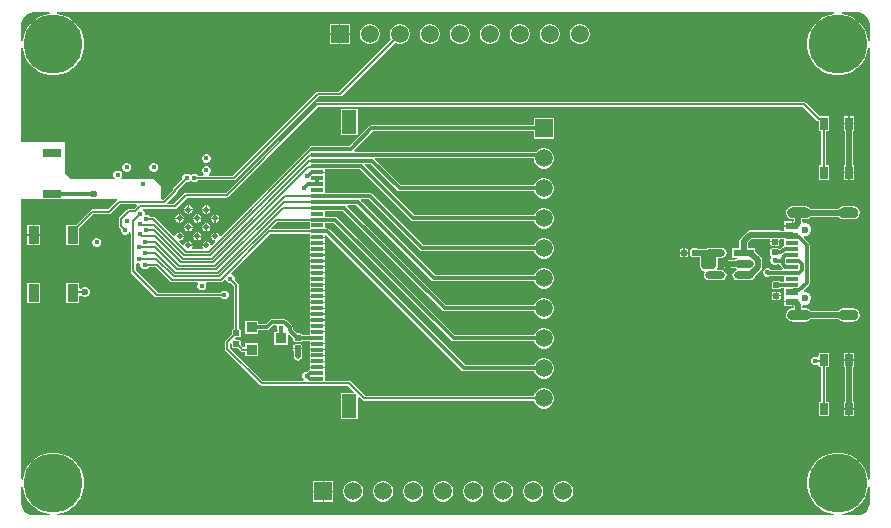
<source format=gbl>
G04*
G04 #@! TF.GenerationSoftware,Altium Limited,Altium Designer,23.1.1 (15)*
G04*
G04 Layer_Physical_Order=4*
G04 Layer_Color=16711680*
%FSLAX25Y25*%
%MOIN*%
G70*
G04*
G04 #@! TF.SameCoordinates,379D8D2B-01B5-4923-9211-1CC0BA53C839*
G04*
G04*
G04 #@! TF.FilePolarity,Positive*
G04*
G01*
G75*
%ADD11C,0.00787*%
G04:AMPARAMS|DCode=16|XSize=21.65mil|YSize=19.68mil|CornerRadius=2.46mil|HoleSize=0mil|Usage=FLASHONLY|Rotation=270.000|XOffset=0mil|YOffset=0mil|HoleType=Round|Shape=RoundedRectangle|*
%AMROUNDEDRECTD16*
21,1,0.02165,0.01476,0,0,270.0*
21,1,0.01673,0.01968,0,0,270.0*
1,1,0.00492,-0.00738,-0.00837*
1,1,0.00492,-0.00738,0.00837*
1,1,0.00492,0.00738,0.00837*
1,1,0.00492,0.00738,-0.00837*
%
%ADD16ROUNDEDRECTD16*%
G04:AMPARAMS|DCode=17|XSize=21.65mil|YSize=19.68mil|CornerRadius=2.46mil|HoleSize=0mil|Usage=FLASHONLY|Rotation=0.000|XOffset=0mil|YOffset=0mil|HoleType=Round|Shape=RoundedRectangle|*
%AMROUNDEDRECTD17*
21,1,0.02165,0.01476,0,0,0.0*
21,1,0.01673,0.01968,0,0,0.0*
1,1,0.00492,0.00837,-0.00738*
1,1,0.00492,-0.00837,-0.00738*
1,1,0.00492,-0.00837,0.00738*
1,1,0.00492,0.00837,0.00738*
%
%ADD17ROUNDEDRECTD17*%
%ADD33C,0.02953*%
%ADD39C,0.01181*%
%ADD40C,0.01968*%
%ADD41C,0.01968*%
%ADD42C,0.03543*%
%ADD43C,0.02362*%
%ADD44R,0.05906X0.05906*%
%ADD45C,0.05906*%
%ADD46R,0.05906X0.05906*%
%ADD47C,0.19685*%
%ADD48C,0.03150*%
%ADD49C,0.01772*%
%ADD51R,0.03937X0.01181*%
%ADD52R,0.03740X0.03543*%
%ADD53R,0.06721X0.02425*%
G04:AMPARAMS|DCode=54|XSize=67.21mil|YSize=24.25mil|CornerRadius=12.12mil|HoleSize=0mil|Usage=FLASHONLY|Rotation=180.000|XOffset=0mil|YOffset=0mil|HoleType=Round|Shape=RoundedRectangle|*
%AMROUNDEDRECTD54*
21,1,0.06721,0.00000,0,0,180.0*
21,1,0.04296,0.02425,0,0,180.0*
1,1,0.02425,-0.02148,0.00000*
1,1,0.02425,0.02148,0.00000*
1,1,0.02425,0.02148,0.00000*
1,1,0.02425,-0.02148,0.00000*
%
%ADD54ROUNDEDRECTD54*%
%ADD55R,0.06299X0.03150*%
%ADD56R,0.03543X0.05906*%
%ADD57R,0.04488X0.02362*%
%ADD58R,0.04488X0.01181*%
%ADD59R,0.02559X0.04134*%
%ADD60R,0.05118X0.07874*%
G36*
X282263Y363197D02*
X280512Y362849D01*
X278648Y362077D01*
X276971Y360956D01*
X275544Y359529D01*
X274423Y357852D01*
X273651Y355988D01*
X273303Y354237D01*
X272803Y354286D01*
Y359913D01*
X272964Y360724D01*
X273281Y361488D01*
X273740Y362175D01*
X274324Y362760D01*
X275012Y363219D01*
X275776Y363536D01*
X276587Y363697D01*
X282214D01*
X282263Y363197D01*
D02*
G37*
G36*
X552724Y363536D02*
X553488Y363219D01*
X554176Y362760D01*
X554760Y362175D01*
X555220Y361488D01*
X555536Y360724D01*
X555697Y359913D01*
Y354286D01*
X555197Y354237D01*
X554849Y355988D01*
X554077Y357852D01*
X552956Y359529D01*
X551529Y360956D01*
X549852Y362077D01*
X547988Y362849D01*
X546237Y363197D01*
X546286Y363697D01*
X551913D01*
X552724Y363536D01*
D02*
G37*
G36*
X543763Y363197D02*
X542012Y362849D01*
X540148Y362077D01*
X538471Y360956D01*
X537044Y359529D01*
X535923Y357852D01*
X535151Y355988D01*
X534758Y354009D01*
Y351991D01*
X535151Y350012D01*
X535923Y348148D01*
X537044Y346471D01*
X538471Y345044D01*
X540148Y343923D01*
X542012Y343151D01*
X543991Y342758D01*
X546009D01*
X547988Y343151D01*
X549852Y343923D01*
X551529Y345044D01*
X552956Y346471D01*
X554077Y348148D01*
X554849Y350012D01*
X555197Y351764D01*
X555697Y351714D01*
Y207995D01*
X555197Y207945D01*
X554849Y209696D01*
X554077Y211560D01*
X552956Y213238D01*
X551529Y214665D01*
X549852Y215786D01*
X547988Y216558D01*
X546009Y216951D01*
X543991D01*
X542012Y216558D01*
X540148Y215786D01*
X538471Y214665D01*
X537044Y213238D01*
X535923Y211560D01*
X535151Y209696D01*
X534758Y207717D01*
Y205700D01*
X535151Y203721D01*
X535923Y201857D01*
X537044Y200179D01*
X538471Y198753D01*
X540148Y197632D01*
X542012Y196860D01*
X543763Y196511D01*
X543714Y196011D01*
X284786D01*
X284736Y196511D01*
X286488Y196860D01*
X288352Y197632D01*
X290029Y198753D01*
X291456Y200179D01*
X292577Y201857D01*
X293349Y203721D01*
X293742Y205700D01*
Y207717D01*
X293349Y209696D01*
X292577Y211560D01*
X291456Y213238D01*
X290029Y214665D01*
X288352Y215786D01*
X286488Y216558D01*
X284509Y216951D01*
X282491D01*
X280512Y216558D01*
X278648Y215786D01*
X276971Y214665D01*
X275544Y213238D01*
X274423Y211560D01*
X273651Y209696D01*
X273303Y207945D01*
X272803Y207995D01*
Y301500D01*
X279450D01*
Y301332D01*
X286550D01*
Y301500D01*
X296228D01*
X296666Y301319D01*
X297334D01*
X297772Y301500D01*
X304668D01*
X304797Y301288D01*
X304855Y301000D01*
X301859Y298004D01*
X296509D01*
X296509Y298004D01*
X296200Y297942D01*
X295937Y297767D01*
X295937Y297767D01*
X291023Y292853D01*
X287824D01*
Y286147D01*
X292168D01*
Y291708D01*
X296845Y296385D01*
X302194D01*
X302194Y296385D01*
X302504Y296447D01*
X302767Y296622D01*
X305835Y299691D01*
X311194D01*
X311402Y299191D01*
X310407Y298197D01*
X308743D01*
X308743Y298197D01*
X308433Y298135D01*
X308170Y297959D01*
X308170Y297959D01*
X305558Y295347D01*
X305382Y295084D01*
X305321Y294775D01*
X305321Y294775D01*
Y292553D01*
X305321Y292553D01*
X305382Y292243D01*
X305558Y291981D01*
X306088Y291450D01*
X306024Y291294D01*
Y290706D01*
X306248Y290164D01*
X306664Y289748D01*
X307206Y289524D01*
X307794D01*
X308336Y289748D01*
X308752Y290164D01*
X308821Y290331D01*
X309321Y290231D01*
Y277370D01*
X309321Y277370D01*
X309382Y277060D01*
X309558Y276798D01*
X317428Y268928D01*
X317428Y268928D01*
X317690Y268752D01*
X318000Y268691D01*
X339237D01*
X339248Y268664D01*
X339664Y268248D01*
X340206Y268024D01*
X340794D01*
X341336Y268248D01*
X341752Y268664D01*
X341976Y269206D01*
Y269794D01*
X341752Y270336D01*
X341336Y270752D01*
X340794Y270976D01*
X340206D01*
X339664Y270752D01*
X339248Y270336D01*
X339237Y270309D01*
X318335D01*
X310939Y277705D01*
Y279820D01*
X311439Y280134D01*
X311706Y280024D01*
X312078D01*
X312372Y279872D01*
X312524Y279578D01*
Y279206D01*
X312748Y278664D01*
X313164Y278248D01*
X313706Y278024D01*
X314294D01*
X314836Y278248D01*
X315252Y278664D01*
X315263Y278691D01*
X317665D01*
X322451Y273905D01*
X322713Y273729D01*
X323023Y273668D01*
X323023Y273668D01*
X331427D01*
X331679Y273168D01*
X331524Y272794D01*
Y272206D01*
X331748Y271664D01*
X332164Y271248D01*
X332706Y271024D01*
X333294D01*
X333836Y271248D01*
X334252Y271664D01*
X334476Y272206D01*
Y272794D01*
X334321Y273168D01*
X334573Y273668D01*
X339284D01*
X339284Y273668D01*
X339594Y273729D01*
X339857Y273905D01*
X340521Y274569D01*
X341083Y274424D01*
X341208Y274123D01*
X341623Y273708D01*
X342165Y273483D01*
X342753D01*
X342780Y273494D01*
X343691Y272583D01*
Y258169D01*
X343663D01*
X343411Y258118D01*
X343198Y257976D01*
X343055Y257762D01*
X343005Y257510D01*
Y256519D01*
X340928Y254442D01*
X340752Y254180D01*
X340691Y253870D01*
X340691Y253870D01*
Y251500D01*
X340691Y251500D01*
X340752Y251190D01*
X340928Y250928D01*
X352344Y239512D01*
X352606Y239337D01*
X352916Y239275D01*
X352916Y239275D01*
X381801D01*
X383864Y237212D01*
X383673Y236750D01*
X379230D01*
Y228076D01*
X385148D01*
Y235275D01*
X385610Y235467D01*
X386649Y234428D01*
X386649Y234428D01*
X386911Y234252D01*
X387221Y234191D01*
X387221Y234191D01*
X443746D01*
X443876Y233706D01*
X444317Y232941D01*
X444941Y232317D01*
X445706Y231876D01*
X446559Y231647D01*
X447441D01*
X448294Y231876D01*
X449059Y232317D01*
X449683Y232941D01*
X450124Y233706D01*
X450353Y234559D01*
Y235441D01*
X450124Y236294D01*
X449683Y237059D01*
X449059Y237683D01*
X448294Y238124D01*
X447441Y238353D01*
X446559D01*
X445706Y238124D01*
X444941Y237683D01*
X444317Y237059D01*
X443876Y236294D01*
X443746Y235809D01*
X387556D01*
X382709Y240656D01*
X382446Y240832D01*
X382137Y240894D01*
X382137Y240894D01*
X373928D01*
Y245205D01*
X371559D01*
X369191D01*
Y244447D01*
X369097D01*
X368710Y244370D01*
X368383Y244151D01*
X368208Y243976D01*
X367706D01*
X367164Y243752D01*
X366748Y243336D01*
X366524Y242794D01*
Y242206D01*
X366748Y241664D01*
X367019Y241393D01*
X366813Y240894D01*
X353251D01*
X342309Y251835D01*
Y253272D01*
X342505Y253418D01*
X343005Y253166D01*
Y252490D01*
X343055Y252238D01*
X343198Y252024D01*
X343411Y251882D01*
X343663Y251831D01*
X344851D01*
X345319Y251363D01*
X345398Y251244D01*
X345955Y250688D01*
X345955Y250688D01*
X346218Y250512D01*
X346528Y250451D01*
X346528Y250451D01*
X347309D01*
Y249088D01*
X351849D01*
Y253432D01*
X347309D01*
Y252200D01*
X346809Y252123D01*
X346622Y252309D01*
X346543Y252428D01*
X346543Y252428D01*
X345995Y252976D01*
Y253966D01*
X345945Y254219D01*
X345802Y254432D01*
X345589Y254575D01*
X345337Y254625D01*
X344340D01*
X344111Y255125D01*
X344303Y255375D01*
X345337D01*
X345589Y255425D01*
X345802Y255568D01*
X345945Y255781D01*
X345995Y256033D01*
Y257510D01*
X345945Y257762D01*
X345802Y257976D01*
X345589Y258118D01*
X345337Y258169D01*
X345309D01*
Y272918D01*
X345309Y272918D01*
X345248Y273228D01*
X345072Y273491D01*
X345072Y273491D01*
X343924Y274639D01*
X343936Y274665D01*
Y275253D01*
X343711Y275796D01*
X343296Y276211D01*
X342994Y276336D01*
X342849Y276898D01*
X355823Y289872D01*
X369191D01*
Y288913D01*
X371559D01*
X373928D01*
Y289606D01*
X374428Y289644D01*
X419786Y244286D01*
X420114Y244067D01*
X420500Y243990D01*
X443800D01*
X443876Y243706D01*
X444317Y242941D01*
X444941Y242317D01*
X445706Y241876D01*
X446559Y241647D01*
X447441D01*
X448294Y241876D01*
X449059Y242317D01*
X449683Y242941D01*
X450124Y243706D01*
X450353Y244559D01*
Y245441D01*
X450124Y246294D01*
X449683Y247059D01*
X449059Y247683D01*
X448294Y248124D01*
X447441Y248353D01*
X446559D01*
X445706Y248124D01*
X444941Y247683D01*
X444317Y247059D01*
X443876Y246294D01*
X443800Y246010D01*
X420918D01*
X375533Y291395D01*
X375205Y291614D01*
X374819Y291691D01*
X373928D01*
Y293608D01*
X376964D01*
X416286Y254286D01*
X416613Y254067D01*
X417000Y253990D01*
X443800D01*
X443876Y253706D01*
X444317Y252941D01*
X444941Y252317D01*
X445706Y251876D01*
X446559Y251647D01*
X447441D01*
X448294Y251876D01*
X449059Y252317D01*
X449683Y252941D01*
X450124Y253706D01*
X450353Y254559D01*
Y255441D01*
X450124Y256294D01*
X449683Y257059D01*
X449059Y257683D01*
X448294Y258124D01*
X447441Y258353D01*
X446559D01*
X445706Y258124D01*
X444941Y257683D01*
X444317Y257059D01*
X443876Y256294D01*
X443800Y256010D01*
X417418D01*
X378096Y295332D01*
X377768Y295551D01*
X377382Y295628D01*
X373928D01*
Y297545D01*
X380027D01*
X413286Y264286D01*
X413614Y264067D01*
X414000Y263990D01*
X443800D01*
X443876Y263706D01*
X444317Y262941D01*
X444941Y262317D01*
X445706Y261876D01*
X446559Y261647D01*
X447441D01*
X448294Y261876D01*
X449059Y262317D01*
X449683Y262941D01*
X450124Y263706D01*
X450353Y264559D01*
Y265441D01*
X450124Y266294D01*
X449683Y267059D01*
X449059Y267683D01*
X448294Y268124D01*
X447441Y268353D01*
X446559D01*
X445706Y268124D01*
X444941Y267683D01*
X444317Y267059D01*
X443876Y266294D01*
X443800Y266010D01*
X414418D01*
X381415Y299014D01*
X381622Y299514D01*
X384558D01*
X409786Y274286D01*
X410113Y274067D01*
X410500Y273990D01*
X443800D01*
X443876Y273706D01*
X444317Y272941D01*
X444941Y272317D01*
X445706Y271876D01*
X446559Y271647D01*
X447441D01*
X448294Y271876D01*
X449059Y272317D01*
X449683Y272941D01*
X450124Y273706D01*
X450353Y274559D01*
Y275441D01*
X450124Y276294D01*
X449683Y277059D01*
X449059Y277683D01*
X448294Y278124D01*
X447441Y278353D01*
X446559D01*
X445706Y278124D01*
X444941Y277683D01*
X444317Y277059D01*
X443876Y276294D01*
X443800Y276010D01*
X410918D01*
X385946Y300982D01*
X386153Y301482D01*
X388590D01*
X405786Y284286D01*
X406113Y284067D01*
X406500Y283990D01*
X443800D01*
X443876Y283706D01*
X444317Y282941D01*
X444941Y282317D01*
X445706Y281876D01*
X446559Y281647D01*
X447441D01*
X448294Y281876D01*
X449059Y282317D01*
X449683Y282941D01*
X450124Y283706D01*
X450353Y284559D01*
Y285441D01*
X450124Y286294D01*
X449683Y287059D01*
X449059Y287683D01*
X448294Y288124D01*
X447441Y288353D01*
X446559D01*
X445706Y288124D01*
X444941Y287683D01*
X444317Y287059D01*
X443876Y286294D01*
X443800Y286010D01*
X406918D01*
X389722Y303206D01*
X389394Y303425D01*
X389008Y303502D01*
X373928D01*
Y307407D01*
Y310166D01*
X371559D01*
Y310566D01*
X373928D01*
Y311325D01*
X385747D01*
X402786Y294286D01*
X403114Y294067D01*
X403500Y293990D01*
X443800D01*
X443876Y293706D01*
X444317Y292941D01*
X444941Y292317D01*
X445706Y291876D01*
X446559Y291647D01*
X447441D01*
X448294Y291876D01*
X449059Y292317D01*
X449683Y292941D01*
X450124Y293706D01*
X450353Y294559D01*
Y295441D01*
X450124Y296294D01*
X449683Y297059D01*
X449059Y297683D01*
X448294Y298124D01*
X447441Y298353D01*
X446559D01*
X445706Y298124D01*
X444941Y297683D01*
X444317Y297059D01*
X443876Y296294D01*
X443800Y296010D01*
X403918D01*
X387135Y312793D01*
X387342Y313293D01*
X389279D01*
X398286Y304286D01*
X398614Y304067D01*
X399000Y303990D01*
X443800D01*
X443876Y303706D01*
X444317Y302941D01*
X444941Y302317D01*
X445706Y301876D01*
X446559Y301647D01*
X447441D01*
X448294Y301876D01*
X449059Y302317D01*
X449683Y302941D01*
X450124Y303706D01*
X450353Y304559D01*
Y305441D01*
X450124Y306294D01*
X449683Y307059D01*
X449059Y307683D01*
X448294Y308124D01*
X447441Y308353D01*
X446559D01*
X445706Y308124D01*
X444941Y307683D01*
X444317Y307059D01*
X443876Y306294D01*
X443800Y306010D01*
X399418D01*
X390667Y314762D01*
X390874Y315262D01*
X443647D01*
Y314559D01*
X443876Y313706D01*
X444317Y312941D01*
X444941Y312317D01*
X445706Y311876D01*
X446559Y311647D01*
X447441D01*
X448294Y311876D01*
X449059Y312317D01*
X449683Y312941D01*
X450124Y313706D01*
X450353Y314559D01*
Y315441D01*
X450124Y316294D01*
X449683Y317059D01*
X449059Y317683D01*
X448294Y318124D01*
X447441Y318353D01*
X446559D01*
X445706Y318124D01*
X444941Y317683D01*
X444525Y317267D01*
X444450Y317282D01*
X383917D01*
X383710Y317782D01*
X389918Y323990D01*
X443647D01*
Y321647D01*
X450353D01*
Y328353D01*
X443647D01*
Y326010D01*
X389500D01*
X389113Y325933D01*
X388786Y325714D01*
X382322Y319250D01*
X371559D01*
X371462Y319231D01*
X369191D01*
Y318808D01*
X369107Y318791D01*
X368844Y318616D01*
X368844Y318616D01*
X339290Y289061D01*
X338790Y289268D01*
Y289370D01*
X338579Y289879D01*
X338190Y290268D01*
X337681Y290479D01*
X337606D01*
Y289094D01*
X337405D01*
Y288895D01*
X336021D01*
Y288819D01*
X336232Y288310D01*
X336621Y287921D01*
X337130Y287710D01*
X337232D01*
X337439Y287210D01*
X336337Y286108D01*
X335837Y286315D01*
Y286417D01*
X335626Y286926D01*
X335237Y287315D01*
X334728Y287526D01*
X334653D01*
Y286142D01*
X334453D01*
Y285942D01*
X333068D01*
Y285866D01*
X333279Y285358D01*
X333351Y285286D01*
X333144Y284786D01*
X329856D01*
X329649Y285286D01*
X329721Y285358D01*
X329931Y285866D01*
Y285942D01*
X328547D01*
Y286142D01*
X328347D01*
Y287526D01*
X328272D01*
X327763Y287315D01*
X327374Y286926D01*
X327163Y286417D01*
Y286315D01*
X326663Y286108D01*
X325561Y287210D01*
X325768Y287710D01*
X325870D01*
X326379Y287921D01*
X326768Y288310D01*
X326979Y288819D01*
Y288895D01*
X325594D01*
Y289094D01*
X325395D01*
Y290479D01*
X325319D01*
X324810Y290268D01*
X324421Y289879D01*
X324210Y289370D01*
Y289268D01*
X323710Y289061D01*
X317369Y295402D01*
X317107Y295577D01*
X316797Y295639D01*
X316797Y295639D01*
X315632D01*
X315621Y295666D01*
X315206Y296081D01*
X314663Y296306D01*
X314076D01*
X313976Y296373D01*
Y296794D01*
X313752Y297336D01*
X313397Y297691D01*
X313446Y297978D01*
X313550Y298191D01*
X324000D01*
X324000Y298191D01*
X324310Y298252D01*
X324572Y298428D01*
X328085Y301941D01*
X341250D01*
X341250Y301941D01*
X341560Y302002D01*
X341822Y302178D01*
X371835Y332191D01*
X533472D01*
X538022Y327640D01*
X538022Y327640D01*
X538285Y327465D01*
X538588Y327405D01*
Y324072D01*
X539459D01*
Y312668D01*
X538588D01*
Y307734D01*
X541947D01*
Y312668D01*
X541077D01*
Y324072D01*
X541947D01*
Y329006D01*
X539460D01*
X539382Y329022D01*
X539382Y329022D01*
X538930D01*
X534379Y333572D01*
X534117Y333748D01*
X533807Y333809D01*
X533807Y333809D01*
X371500D01*
X371500Y333809D01*
X371190Y333748D01*
X370928Y333572D01*
X340915Y303559D01*
X327750D01*
X327440Y303498D01*
X327178Y303322D01*
X323665Y299809D01*
X321532D01*
X321325Y300309D01*
X324663Y303648D01*
X324839Y303911D01*
X324901Y304220D01*
X324901Y304220D01*
Y304256D01*
X327679Y307035D01*
X327706Y307024D01*
X328294D01*
X328836Y307248D01*
X329250Y307662D01*
X329664Y307248D01*
X330206Y307024D01*
X330794D01*
X331336Y307248D01*
X331752Y307664D01*
X331763Y307691D01*
X343645D01*
X343645Y307691D01*
X343954Y307752D01*
X344217Y307928D01*
X371980Y335691D01*
X379000D01*
X379000Y335691D01*
X379310Y335752D01*
X379572Y335928D01*
X397271Y353627D01*
X397706Y353376D01*
X398559Y353147D01*
X399441D01*
X400294Y353376D01*
X401059Y353817D01*
X401683Y354441D01*
X402124Y355206D01*
X402353Y356059D01*
Y356941D01*
X402124Y357794D01*
X401683Y358559D01*
X401059Y359183D01*
X400294Y359624D01*
X399441Y359853D01*
X398559D01*
X397706Y359624D01*
X396941Y359183D01*
X396317Y358559D01*
X395876Y357794D01*
X395647Y356941D01*
Y356059D01*
X395876Y355206D01*
X396127Y354771D01*
X378665Y337309D01*
X371645D01*
X371645Y337309D01*
X371335Y337248D01*
X371073Y337072D01*
X343309Y309309D01*
X335550D01*
X335447Y309522D01*
X335397Y309809D01*
X335752Y310164D01*
X335976Y310706D01*
Y311294D01*
X335752Y311836D01*
X335336Y312252D01*
X334794Y312476D01*
X334206D01*
X333664Y312252D01*
X333248Y311836D01*
X333024Y311294D01*
Y310706D01*
X333248Y310164D01*
X333603Y309809D01*
X333554Y309522D01*
X333450Y309309D01*
X331763D01*
X331752Y309336D01*
X331336Y309752D01*
X330794Y309976D01*
X330206D01*
X329664Y309752D01*
X329250Y309338D01*
X328836Y309752D01*
X328294Y309976D01*
X327706D01*
X327164Y309752D01*
X326748Y309336D01*
X326524Y308794D01*
Y308206D01*
X326535Y308179D01*
X323519Y305164D01*
X323344Y304901D01*
X323282Y304591D01*
X323282Y304591D01*
Y304556D01*
X320036Y301309D01*
X319921D01*
X319500Y301500D01*
X319500Y301809D01*
Y305500D01*
X317000Y308000D01*
X306295D01*
X306088Y308500D01*
X306252Y308664D01*
X306476Y309206D01*
Y309794D01*
X306252Y310336D01*
X305836Y310752D01*
X305294Y310976D01*
X304706D01*
X304164Y310752D01*
X303748Y310336D01*
X303524Y309794D01*
Y309206D01*
X303748Y308664D01*
X303912Y308500D01*
X303705Y308000D01*
X289500Y308000D01*
X287500Y310000D01*
Y320500D01*
X272803D01*
Y351714D01*
X273303Y351764D01*
X273651Y350012D01*
X274423Y348148D01*
X275544Y346471D01*
X276971Y345044D01*
X278648Y343923D01*
X280512Y343151D01*
X282491Y342758D01*
X284509D01*
X286488Y343151D01*
X288352Y343923D01*
X290029Y345044D01*
X291456Y346471D01*
X292577Y348148D01*
X293349Y350012D01*
X293742Y351991D01*
Y354009D01*
X293349Y355988D01*
X292577Y357852D01*
X291456Y359529D01*
X290029Y360956D01*
X288352Y362077D01*
X286488Y362849D01*
X284736Y363197D01*
X284786Y363697D01*
X543714D01*
X543763Y363197D01*
D02*
G37*
G36*
X369191Y291490D02*
X356416D01*
X356225Y291952D01*
X358081Y293809D01*
X369191D01*
Y291490D01*
D02*
G37*
G36*
X555697Y205423D02*
Y199795D01*
X555536Y198984D01*
X555220Y198221D01*
X554760Y197533D01*
X554176Y196948D01*
X553488Y196489D01*
X552724Y196173D01*
X551913Y196011D01*
X546286D01*
X546237Y196511D01*
X547988Y196860D01*
X549852Y197632D01*
X551529Y198753D01*
X552956Y200179D01*
X554077Y201857D01*
X554849Y203721D01*
X555197Y205472D01*
X555697Y205423D01*
D02*
G37*
G36*
X273651Y203721D02*
X274423Y201857D01*
X275544Y200179D01*
X276971Y198753D01*
X278648Y197632D01*
X280512Y196860D01*
X282263Y196511D01*
X282214Y196011D01*
X276587D01*
X275776Y196173D01*
X275012Y196489D01*
X274324Y196948D01*
X273740Y197533D01*
X273281Y198221D01*
X272964Y198984D01*
X272803Y199795D01*
Y205423D01*
X273303Y205472D01*
X273651Y203721D01*
D02*
G37*
%LPC*%
G36*
X382353Y359853D02*
X379200D01*
Y356700D01*
X382353D01*
Y359853D01*
D02*
G37*
G36*
X378800D02*
X375647D01*
Y356700D01*
X378800D01*
Y359853D01*
D02*
G37*
G36*
X459441D02*
X458559D01*
X457706Y359624D01*
X456941Y359183D01*
X456317Y358559D01*
X455876Y357794D01*
X455647Y356941D01*
Y356059D01*
X455876Y355206D01*
X456317Y354441D01*
X456941Y353817D01*
X457706Y353376D01*
X458559Y353147D01*
X459441D01*
X460294Y353376D01*
X461059Y353817D01*
X461683Y354441D01*
X462124Y355206D01*
X462353Y356059D01*
Y356941D01*
X462124Y357794D01*
X461683Y358559D01*
X461059Y359183D01*
X460294Y359624D01*
X459441Y359853D01*
D02*
G37*
G36*
X449441D02*
X448559D01*
X447706Y359624D01*
X446941Y359183D01*
X446317Y358559D01*
X445876Y357794D01*
X445647Y356941D01*
Y356059D01*
X445876Y355206D01*
X446317Y354441D01*
X446941Y353817D01*
X447706Y353376D01*
X448559Y353147D01*
X449441D01*
X450294Y353376D01*
X451059Y353817D01*
X451683Y354441D01*
X452124Y355206D01*
X452353Y356059D01*
Y356941D01*
X452124Y357794D01*
X451683Y358559D01*
X451059Y359183D01*
X450294Y359624D01*
X449441Y359853D01*
D02*
G37*
G36*
X439441D02*
X438559D01*
X437706Y359624D01*
X436941Y359183D01*
X436317Y358559D01*
X435876Y357794D01*
X435647Y356941D01*
Y356059D01*
X435876Y355206D01*
X436317Y354441D01*
X436941Y353817D01*
X437706Y353376D01*
X438559Y353147D01*
X439441D01*
X440294Y353376D01*
X441059Y353817D01*
X441683Y354441D01*
X442124Y355206D01*
X442353Y356059D01*
Y356941D01*
X442124Y357794D01*
X441683Y358559D01*
X441059Y359183D01*
X440294Y359624D01*
X439441Y359853D01*
D02*
G37*
G36*
X429441D02*
X428559D01*
X427706Y359624D01*
X426941Y359183D01*
X426317Y358559D01*
X425876Y357794D01*
X425647Y356941D01*
Y356059D01*
X425876Y355206D01*
X426317Y354441D01*
X426941Y353817D01*
X427706Y353376D01*
X428559Y353147D01*
X429441D01*
X430294Y353376D01*
X431059Y353817D01*
X431683Y354441D01*
X432124Y355206D01*
X432353Y356059D01*
Y356941D01*
X432124Y357794D01*
X431683Y358559D01*
X431059Y359183D01*
X430294Y359624D01*
X429441Y359853D01*
D02*
G37*
G36*
X419441D02*
X418559D01*
X417706Y359624D01*
X416941Y359183D01*
X416317Y358559D01*
X415876Y357794D01*
X415647Y356941D01*
Y356059D01*
X415876Y355206D01*
X416317Y354441D01*
X416941Y353817D01*
X417706Y353376D01*
X418559Y353147D01*
X419441D01*
X420294Y353376D01*
X421059Y353817D01*
X421683Y354441D01*
X422124Y355206D01*
X422353Y356059D01*
Y356941D01*
X422124Y357794D01*
X421683Y358559D01*
X421059Y359183D01*
X420294Y359624D01*
X419441Y359853D01*
D02*
G37*
G36*
X409441D02*
X408559D01*
X407706Y359624D01*
X406941Y359183D01*
X406317Y358559D01*
X405876Y357794D01*
X405647Y356941D01*
Y356059D01*
X405876Y355206D01*
X406317Y354441D01*
X406941Y353817D01*
X407706Y353376D01*
X408559Y353147D01*
X409441D01*
X410294Y353376D01*
X411059Y353817D01*
X411683Y354441D01*
X412124Y355206D01*
X412353Y356059D01*
Y356941D01*
X412124Y357794D01*
X411683Y358559D01*
X411059Y359183D01*
X410294Y359624D01*
X409441Y359853D01*
D02*
G37*
G36*
X389441D02*
X388559D01*
X387706Y359624D01*
X386941Y359183D01*
X386317Y358559D01*
X385876Y357794D01*
X385647Y356941D01*
Y356059D01*
X385876Y355206D01*
X386317Y354441D01*
X386941Y353817D01*
X387706Y353376D01*
X388559Y353147D01*
X389441D01*
X390294Y353376D01*
X391059Y353817D01*
X391683Y354441D01*
X392124Y355206D01*
X392353Y356059D01*
Y356941D01*
X392124Y357794D01*
X391683Y358559D01*
X391059Y359183D01*
X390294Y359624D01*
X389441Y359853D01*
D02*
G37*
G36*
X382353Y356300D02*
X379200D01*
Y353147D01*
X382353D01*
Y356300D01*
D02*
G37*
G36*
X378800D02*
X375647D01*
Y353147D01*
X378800D01*
Y356300D01*
D02*
G37*
G36*
X550412Y329006D02*
X548932D01*
Y326739D01*
X550412D01*
Y329006D01*
D02*
G37*
G36*
X548532D02*
X547053D01*
Y326739D01*
X548532D01*
Y329006D01*
D02*
G37*
G36*
X385148Y331632D02*
X379230D01*
Y322958D01*
X385148D01*
Y331632D01*
D02*
G37*
G36*
X334794Y316476D02*
X334206D01*
X333664Y316252D01*
X333248Y315836D01*
X333024Y315294D01*
Y314706D01*
X333248Y314164D01*
X333664Y313748D01*
X334206Y313524D01*
X334794D01*
X335336Y313748D01*
X335752Y314164D01*
X335976Y314706D01*
Y315294D01*
X335752Y315836D01*
X335336Y316252D01*
X334794Y316476D01*
D02*
G37*
G36*
X317294Y313476D02*
X316706D01*
X316164Y313252D01*
X315748Y312836D01*
X315524Y312294D01*
Y311706D01*
X315748Y311164D01*
X316164Y310748D01*
X316706Y310524D01*
X317294D01*
X317836Y310748D01*
X318252Y311164D01*
X318476Y311706D01*
Y312294D01*
X318252Y312836D01*
X317836Y313252D01*
X317294Y313476D01*
D02*
G37*
G36*
X308294D02*
X307706D01*
X307164Y313252D01*
X306748Y312836D01*
X306524Y312294D01*
Y311706D01*
X306748Y311164D01*
X307164Y310748D01*
X307706Y310524D01*
X308294D01*
X308836Y310748D01*
X309252Y311164D01*
X309476Y311706D01*
Y312294D01*
X309252Y312836D01*
X308836Y313252D01*
X308294Y313476D01*
D02*
G37*
G36*
X550412Y326339D02*
X548732D01*
X547053D01*
Y324072D01*
X547321D01*
Y312668D01*
X547053D01*
Y310401D01*
X548732D01*
X550412D01*
Y312668D01*
X550144D01*
Y324072D01*
X550412D01*
Y326339D01*
D02*
G37*
G36*
Y310001D02*
X548932D01*
Y307734D01*
X550412D01*
Y310001D01*
D02*
G37*
G36*
X548532D02*
X547053D01*
Y307734D01*
X548532D01*
Y310001D01*
D02*
G37*
G36*
X550075Y299086D02*
X546925D01*
X546916Y299083D01*
X546907Y299086D01*
X546813Y299082D01*
X546812Y299082D01*
X546812Y299082D01*
X546721Y299078D01*
X546695Y299066D01*
X546666Y299072D01*
X546577Y299057D01*
X546484Y299041D01*
X546473Y299034D01*
X546459Y299036D01*
X546373Y299017D01*
X546359Y299007D01*
X546342Y299009D01*
X546252Y298981D01*
X546242Y298973D01*
X546230Y298974D01*
X546143Y298942D01*
X546137Y298936D01*
X546127Y298936D01*
X546041Y298901D01*
X546032Y298892D01*
X546019Y298891D01*
X545936Y298851D01*
X545930Y298845D01*
X545921Y298844D01*
X545838Y298801D01*
X545825Y298784D01*
X545803Y298780D01*
X545725Y298729D01*
X545725D01*
X545646Y298678D01*
X545635Y298662D01*
X545616Y298657D01*
X545545Y298602D01*
X545538Y298588D01*
X545523Y298583D01*
X545452Y298520D01*
X545450Y298515D01*
X545443Y298512D01*
X545376Y298449D01*
X545371Y298436D01*
X545358Y298431D01*
X545295Y298364D01*
X545293Y298358D01*
X545287Y298355D01*
X545232Y298293D01*
X535941D01*
X535887Y298355D01*
X535881Y298358D01*
X535878Y298364D01*
X535815Y298431D01*
X535803Y298436D01*
X535797Y298449D01*
X535730Y298512D01*
X535724Y298515D01*
X535721Y298520D01*
X535650Y298583D01*
X535636Y298588D01*
X535628Y298602D01*
X535557Y298657D01*
X535538Y298662D01*
X535527Y298678D01*
X535449Y298729D01*
X535449Y298729D01*
X535370Y298780D01*
X535349Y298784D01*
X535335Y298801D01*
X535252Y298844D01*
X535243Y298845D01*
X535237Y298851D01*
X535155Y298891D01*
X535142Y298892D01*
X535132Y298901D01*
X535046Y298936D01*
X535037Y298936D01*
X535030Y298942D01*
X534943Y298974D01*
X534931Y298973D01*
X534921Y298981D01*
X534831Y299009D01*
X534814Y299007D01*
X534801Y299017D01*
X534714Y299036D01*
X534701Y299034D01*
X534689Y299041D01*
X534596Y299057D01*
X534507Y299072D01*
X534479Y299066D01*
X534452Y299078D01*
X534361Y299082D01*
X534361Y299082D01*
X534361Y299082D01*
X534266Y299086D01*
X534257Y299083D01*
X534248Y299086D01*
X529917D01*
X529908Y299083D01*
X529899Y299086D01*
X529805Y299082D01*
X529804Y299082D01*
X529804Y299082D01*
X529713Y299078D01*
X529687Y299066D01*
X529658Y299072D01*
X529569Y299057D01*
X529476Y299041D01*
X529465Y299034D01*
X529451Y299036D01*
X529365Y299017D01*
X529351Y299007D01*
X529335Y299009D01*
X529244Y298981D01*
X529235Y298973D01*
X529222Y298974D01*
X529136Y298942D01*
X529129Y298936D01*
X529119Y298936D01*
X529033Y298901D01*
X529024Y298892D01*
X529011Y298891D01*
X528928Y298851D01*
X528922Y298845D01*
X528913Y298844D01*
X528831Y298801D01*
X528817Y298784D01*
X528795Y298780D01*
X528717Y298729D01*
X528717D01*
X528638Y298678D01*
X528627Y298662D01*
X528608Y298657D01*
X528537Y298602D01*
X528530Y298588D01*
X528515Y298583D01*
X528445Y298520D01*
X528442Y298515D01*
X528436Y298512D01*
X528369Y298449D01*
X528363Y298436D01*
X528350Y298431D01*
X528287Y298364D01*
X528285Y298358D01*
X528279Y298355D01*
X528216Y298284D01*
X528211Y298269D01*
X528198Y298262D01*
X528142Y298191D01*
X528137Y298172D01*
X528121Y298161D01*
X528070Y298082D01*
X528070Y298082D01*
X528019Y298004D01*
X528015Y297983D01*
X527998Y297969D01*
X527955Y297886D01*
X527954Y297877D01*
X527948Y297871D01*
X527908Y297789D01*
X527908Y297776D01*
X527899Y297766D01*
X527863Y297680D01*
X527863Y297671D01*
X527857Y297664D01*
X527825Y297577D01*
X527826Y297565D01*
X527818Y297555D01*
X527790Y297465D01*
X527792Y297448D01*
X527782Y297434D01*
X527763Y297348D01*
X527765Y297335D01*
X527758Y297323D01*
X527742Y297230D01*
X527727Y297141D01*
X527733Y297112D01*
X527721Y297086D01*
X527717Y296995D01*
X527717Y296995D01*
X527717Y296994D01*
X527713Y296900D01*
X527720Y296882D01*
X527713Y296864D01*
X527717Y296769D01*
X527717Y296769D01*
X527717Y296769D01*
X527721Y296678D01*
X527733Y296651D01*
X527727Y296623D01*
X527742Y296533D01*
X527758Y296441D01*
X527765Y296429D01*
X527763Y296416D01*
X527782Y296329D01*
X527792Y296316D01*
X527790Y296299D01*
X527818Y296209D01*
X527826Y296199D01*
X527825Y296187D01*
X527857Y296100D01*
X527863Y296093D01*
X527863Y296084D01*
X527899Y295998D01*
X527908Y295988D01*
X527908Y295975D01*
X527948Y295893D01*
X527954Y295887D01*
X527955Y295878D01*
X527998Y295795D01*
X528015Y295781D01*
X528019Y295760D01*
X528070Y295681D01*
Y295681D01*
X528121Y295603D01*
X528137Y295592D01*
X528142Y295573D01*
X528198Y295502D01*
X528211Y295494D01*
X528216Y295480D01*
X528279Y295409D01*
X528285Y295406D01*
X528287Y295400D01*
X528350Y295333D01*
X528363Y295327D01*
X528369Y295315D01*
X528436Y295252D01*
X528442Y295249D01*
X528445Y295243D01*
X528515Y295180D01*
X528530Y295175D01*
X528537Y295162D01*
X528608Y295107D01*
X528627Y295102D01*
X528638Y295086D01*
X528717Y295035D01*
X528717Y295035D01*
X528796Y294983D01*
X528817Y294980D01*
X528831Y294963D01*
X528913Y294920D01*
X528922Y294919D01*
X528928Y294912D01*
X529011Y294873D01*
X529024Y294872D01*
X529033Y294863D01*
X529119Y294828D01*
X529129Y294828D01*
X529136Y294822D01*
X529222Y294790D01*
X529235Y294791D01*
X529244Y294783D01*
X529335Y294755D01*
X529351Y294757D01*
X529365Y294747D01*
X529451Y294727D01*
X529465Y294730D01*
X529476Y294723D01*
X529569Y294707D01*
X529658Y294692D01*
X529687Y294698D01*
X529713Y294686D01*
X529804Y294682D01*
X529804Y294682D01*
X529805Y294682D01*
X529899Y294678D01*
X530370Y294663D01*
Y294041D01*
X530363Y294034D01*
X529999D01*
Y292453D01*
X529799D01*
Y292253D01*
X527155D01*
Y290911D01*
X526101D01*
X526052Y290944D01*
X525512Y291052D01*
X515640D01*
X515100Y290944D01*
X514642Y290638D01*
X512583Y288579D01*
X512277Y288121D01*
X512170Y287581D01*
Y285207D01*
X509820D01*
Y281982D01*
X511303D01*
X511352Y281482D01*
X510804Y281373D01*
X510512Y281178D01*
X509033D01*
X508493Y281071D01*
X508150Y280842D01*
X507960Y280804D01*
X507502Y280498D01*
X507196Y280040D01*
X507089Y279500D01*
X507196Y278960D01*
X507502Y278502D01*
X507960Y278196D01*
X508500Y278089D01*
X508766D01*
X509306Y278196D01*
X509545Y278356D01*
X510774D01*
X510804Y278336D01*
X511289Y278239D01*
Y277729D01*
X510804Y277633D01*
X510270Y277276D01*
X509914Y276743D01*
X509789Y276114D01*
X509914Y275485D01*
X510270Y274952D01*
X510804Y274595D01*
X511433Y274470D01*
X515729D01*
X516358Y274595D01*
X516891Y274952D01*
X517248Y275485D01*
X517302Y275760D01*
X519324Y277781D01*
X519630Y278239D01*
X519737Y278779D01*
Y280998D01*
X519630Y281538D01*
X519324Y281996D01*
X517341Y283978D01*
Y285207D01*
X514992D01*
Y286996D01*
X516225Y288229D01*
X522325D01*
X522505Y288010D01*
Y287472D01*
X524000D01*
X525495D01*
Y287610D01*
X525634Y288032D01*
X525982Y288089D01*
X527155D01*
Y285764D01*
X526878Y285709D01*
X526551Y285490D01*
X525886Y284825D01*
X525350Y284861D01*
X525302Y284932D01*
X525089Y285075D01*
X524837Y285125D01*
X523163D01*
X522911Y285075D01*
X522698Y284932D01*
X522555Y284719D01*
X522505Y284467D01*
Y282990D01*
X522555Y282738D01*
X522698Y282524D01*
X522717Y282512D01*
X522826Y281981D01*
X522808Y281895D01*
X522748Y281836D01*
X522524Y281294D01*
Y280706D01*
X522748Y280164D01*
X523164Y279748D01*
X523706Y279524D01*
X524294D01*
X524836Y279748D01*
X524965Y279877D01*
X525555D01*
Y279838D01*
X525632Y279451D01*
X525850Y279124D01*
X526562Y278412D01*
X526355Y277911D01*
X522676D01*
X522336Y278252D01*
X521794Y278476D01*
X521206D01*
X520664Y278252D01*
X520248Y277836D01*
X520024Y277294D01*
Y276706D01*
X520248Y276164D01*
X520664Y275748D01*
X521206Y275524D01*
X521794D01*
X522336Y275748D01*
X522479Y275892D01*
X527155D01*
Y273974D01*
X525803D01*
X525802Y273976D01*
X525589Y274118D01*
X525337Y274169D01*
X523663D01*
X523411Y274118D01*
X523198Y273976D01*
X523055Y273762D01*
X523005Y273510D01*
Y272034D01*
X523055Y271781D01*
X523198Y271568D01*
X523411Y271425D01*
X523663Y271375D01*
X525337D01*
X525589Y271425D01*
X525802Y271568D01*
X525945Y271781D01*
X525980Y271955D01*
X527155D01*
Y268824D01*
Y267456D01*
X529799D01*
Y267256D01*
X529999D01*
Y265675D01*
X530363D01*
X530370Y265668D01*
Y265046D01*
X529899Y265031D01*
X529805Y265027D01*
X529804Y265027D01*
X529804Y265027D01*
X529713Y265023D01*
X529687Y265011D01*
X529658Y265017D01*
X529569Y265002D01*
X529476Y264986D01*
X529465Y264979D01*
X529451Y264981D01*
X529365Y264962D01*
X529351Y264952D01*
X529335Y264954D01*
X529244Y264926D01*
X529235Y264918D01*
X529222Y264919D01*
X529136Y264887D01*
X529129Y264881D01*
X529119Y264881D01*
X529033Y264846D01*
X529024Y264837D01*
X529011Y264836D01*
X528928Y264796D01*
X528922Y264790D01*
X528913Y264789D01*
X528831Y264746D01*
X528817Y264729D01*
X528795Y264725D01*
X528717Y264674D01*
X528717D01*
X528638Y264623D01*
X528627Y264607D01*
X528608Y264602D01*
X528537Y264546D01*
X528530Y264533D01*
X528515Y264528D01*
X528445Y264465D01*
X528442Y264459D01*
X528436Y264457D01*
X528369Y264394D01*
X528363Y264381D01*
X528350Y264375D01*
X528287Y264309D01*
X528285Y264302D01*
X528279Y264299D01*
X528216Y264229D01*
X528211Y264214D01*
X528198Y264207D01*
X528142Y264136D01*
X528137Y264117D01*
X528121Y264106D01*
X528070Y264027D01*
X528070Y264027D01*
X528019Y263948D01*
X528015Y263927D01*
X527998Y263913D01*
X527955Y263831D01*
X527954Y263822D01*
X527948Y263816D01*
X527908Y263733D01*
X527908Y263720D01*
X527899Y263711D01*
X527863Y263625D01*
X527863Y263615D01*
X527857Y263609D01*
X527825Y263522D01*
X527826Y263510D01*
X527818Y263500D01*
X527790Y263409D01*
X527792Y263393D01*
X527782Y263379D01*
X527763Y263293D01*
X527765Y263280D01*
X527758Y263268D01*
X527742Y263175D01*
X527727Y263086D01*
X527733Y263057D01*
X527721Y263031D01*
X527717Y262940D01*
X527717Y262940D01*
X527717Y262939D01*
X527713Y262845D01*
X527720Y262827D01*
X527713Y262809D01*
X527717Y262714D01*
X527717Y262714D01*
X527717Y262714D01*
X527721Y262623D01*
X527733Y262596D01*
X527727Y262567D01*
X527742Y262478D01*
X527758Y262386D01*
X527765Y262374D01*
X527763Y262361D01*
X527782Y262274D01*
X527792Y262261D01*
X527790Y262244D01*
X527818Y262154D01*
X527826Y262144D01*
X527825Y262132D01*
X527857Y262045D01*
X527863Y262038D01*
X527863Y262029D01*
X527899Y261942D01*
X527908Y261933D01*
X527908Y261920D01*
X527948Y261838D01*
X527954Y261831D01*
X527955Y261823D01*
X527998Y261740D01*
X528015Y261726D01*
X528019Y261705D01*
X528070Y261626D01*
Y261626D01*
X528121Y261547D01*
X528137Y261537D01*
X528142Y261518D01*
X528198Y261447D01*
X528211Y261439D01*
X528216Y261425D01*
X528279Y261354D01*
X528285Y261351D01*
X528287Y261345D01*
X528350Y261278D01*
X528363Y261272D01*
X528369Y261260D01*
X528436Y261196D01*
X528442Y261194D01*
X528445Y261188D01*
X528515Y261125D01*
X528530Y261120D01*
X528537Y261107D01*
X528608Y261052D01*
X528627Y261047D01*
X528638Y261031D01*
X528717Y260980D01*
X528717Y260980D01*
X528796Y260928D01*
X528817Y260924D01*
X528831Y260908D01*
X528913Y260864D01*
X528922Y260864D01*
X528928Y260857D01*
X529011Y260818D01*
X529024Y260817D01*
X529033Y260808D01*
X529119Y260772D01*
X529129Y260772D01*
X529136Y260766D01*
X529222Y260735D01*
X529235Y260735D01*
X529244Y260728D01*
X529335Y260700D01*
X529351Y260702D01*
X529365Y260692D01*
X529451Y260672D01*
X529465Y260675D01*
X529476Y260667D01*
X529569Y260652D01*
X529658Y260636D01*
X529687Y260643D01*
X529713Y260630D01*
X529804Y260627D01*
X529804Y260627D01*
X529805Y260627D01*
X529899Y260623D01*
X529908Y260626D01*
X529917Y260622D01*
X534248D01*
X534257Y260626D01*
X534266Y260623D01*
X534361Y260627D01*
X534361Y260627D01*
X534361Y260627D01*
X534452Y260630D01*
X534479Y260643D01*
X534507Y260636D01*
X534596Y260652D01*
X534689Y260667D01*
X534701Y260675D01*
X534714Y260672D01*
X534801Y260692D01*
X534814Y260702D01*
X534831Y260700D01*
X534921Y260728D01*
X534931Y260735D01*
X534943Y260735D01*
X535030Y260766D01*
X535037Y260772D01*
X535046Y260772D01*
X535132Y260808D01*
X535142Y260817D01*
X535155Y260818D01*
X535237Y260857D01*
X535243Y260864D01*
X535252Y260864D01*
X535335Y260908D01*
X535349Y260924D01*
X535370Y260928D01*
X535449Y260980D01*
X535449D01*
X535527Y261031D01*
X535538Y261047D01*
X535557Y261052D01*
X535628Y261107D01*
X535636Y261120D01*
X535650Y261125D01*
X535721Y261188D01*
X535724Y261194D01*
X535730Y261196D01*
X535797Y261260D01*
X535803Y261272D01*
X535815Y261278D01*
X535878Y261345D01*
X535881Y261351D01*
X535887Y261354D01*
X535941Y261415D01*
X545232D01*
X545287Y261354D01*
X545293Y261351D01*
X545295Y261345D01*
X545358Y261278D01*
X545371Y261272D01*
X545376Y261260D01*
X545443Y261196D01*
X545450Y261194D01*
X545452Y261188D01*
X545523Y261125D01*
X545538Y261120D01*
X545545Y261107D01*
X545616Y261052D01*
X545635Y261047D01*
X545646Y261031D01*
X545725Y260980D01*
X545725Y260980D01*
X545803Y260928D01*
X545825Y260924D01*
X545838Y260908D01*
X545921Y260864D01*
X545930Y260864D01*
X545936Y260857D01*
X546019Y260818D01*
X546032Y260817D01*
X546041Y260808D01*
X546127Y260772D01*
X546137Y260772D01*
X546143Y260766D01*
X546230Y260735D01*
X546242Y260735D01*
X546252Y260728D01*
X546342Y260700D01*
X546359Y260702D01*
X546373Y260692D01*
X546459Y260672D01*
X546473Y260675D01*
X546484Y260667D01*
X546577Y260652D01*
X546666Y260636D01*
X546695Y260643D01*
X546721Y260630D01*
X546812Y260627D01*
X546812Y260627D01*
X546813Y260627D01*
X546907Y260623D01*
X546916Y260626D01*
X546925Y260622D01*
X550075D01*
X550084Y260626D01*
X550093Y260623D01*
X550187Y260627D01*
X550188Y260627D01*
X550188Y260627D01*
X550279Y260630D01*
X550305Y260643D01*
X550334Y260636D01*
X550423Y260652D01*
X550516Y260667D01*
X550527Y260675D01*
X550541Y260672D01*
X550627Y260692D01*
X550641Y260702D01*
X550658Y260700D01*
X550748Y260728D01*
X550758Y260735D01*
X550770Y260735D01*
X550857Y260766D01*
X550863Y260772D01*
X550873Y260772D01*
X550959Y260808D01*
X550968Y260817D01*
X550981Y260818D01*
X551064Y260857D01*
X551070Y260864D01*
X551079Y260864D01*
X551161Y260908D01*
X551175Y260924D01*
X551197Y260928D01*
X551275Y260980D01*
X551275D01*
X551354Y261031D01*
X551365Y261047D01*
X551384Y261052D01*
X551455Y261107D01*
X551462Y261120D01*
X551477Y261125D01*
X551547Y261188D01*
X551550Y261194D01*
X551557Y261196D01*
X551623Y261260D01*
X551629Y261272D01*
X551642Y261278D01*
X551705Y261345D01*
X551707Y261351D01*
X551713Y261354D01*
X551776Y261425D01*
X551781Y261439D01*
X551794Y261447D01*
X551850Y261518D01*
X551855Y261537D01*
X551871Y261547D01*
X551922Y261626D01*
Y261626D01*
X551922Y261626D01*
X551973Y261705D01*
X551977Y261726D01*
X551994Y261740D01*
X552037Y261823D01*
X552038Y261832D01*
X552044Y261838D01*
X552084Y261920D01*
X552084Y261933D01*
X552094Y261942D01*
X552129Y262029D01*
X552129Y262038D01*
X552135Y262045D01*
X552167Y262132D01*
X552166Y262144D01*
X552174Y262154D01*
X552202Y262244D01*
X552200Y262261D01*
X552210Y262274D01*
X552229Y262361D01*
X552227Y262374D01*
X552234Y262386D01*
X552250Y262479D01*
X552265Y262567D01*
X552259Y262596D01*
X552271Y262623D01*
X552275Y262714D01*
X552275Y262714D01*
X552275Y262714D01*
X552279Y262809D01*
X552272Y262827D01*
X552279Y262845D01*
X552275Y262939D01*
X552275Y262940D01*
X552275Y262940D01*
X552271Y263031D01*
X552259Y263057D01*
X552265Y263086D01*
X552249Y263176D01*
X552234Y263268D01*
X552227Y263280D01*
X552229Y263293D01*
X552210Y263379D01*
X552200Y263393D01*
X552202Y263409D01*
X552174Y263500D01*
X552166Y263510D01*
X552167Y263522D01*
X552135Y263609D01*
X552129Y263615D01*
X552129Y263625D01*
X552094Y263711D01*
X552084Y263720D01*
X552084Y263733D01*
X552044Y263816D01*
X552038Y263822D01*
X552037Y263831D01*
X551994Y263913D01*
X551977Y263927D01*
X551973Y263949D01*
X551922Y264027D01*
X551922Y264027D01*
X551871Y264106D01*
X551855Y264117D01*
X551850Y264136D01*
X551794Y264207D01*
X551781Y264214D01*
X551776Y264229D01*
X551713Y264300D01*
X551707Y264302D01*
X551705Y264309D01*
X551642Y264375D01*
X551629Y264381D01*
X551623Y264394D01*
X551557Y264457D01*
X551550Y264459D01*
X551547Y264465D01*
X551477Y264528D01*
X551462Y264533D01*
X551455Y264546D01*
X551384Y264602D01*
X551365Y264607D01*
X551354Y264623D01*
X551275Y264674D01*
X551275Y264674D01*
X551197Y264725D01*
X551175Y264729D01*
X551161Y264746D01*
X551079Y264789D01*
X551070Y264790D01*
X551064Y264796D01*
X550981Y264836D01*
X550968Y264837D01*
X550959Y264846D01*
X550873Y264881D01*
X550863Y264881D01*
X550857Y264887D01*
X550770Y264919D01*
X550758Y264918D01*
X550748Y264926D01*
X550658Y264954D01*
X550641Y264952D01*
X550627Y264962D01*
X550541Y264981D01*
X550527Y264979D01*
X550516Y264986D01*
X550423Y265002D01*
X550334Y265017D01*
X550305Y265011D01*
X550279Y265023D01*
X550188Y265027D01*
X550188Y265027D01*
X550187Y265027D01*
X550093Y265031D01*
X550084Y265028D01*
X550075Y265031D01*
X546925D01*
X546916Y265028D01*
X546907Y265031D01*
X546813Y265027D01*
X546812Y265027D01*
X546812Y265027D01*
X546721Y265023D01*
X546695Y265011D01*
X546666Y265017D01*
X546577Y265002D01*
X546484Y264986D01*
X546473Y264979D01*
X546459Y264981D01*
X546373Y264962D01*
X546359Y264952D01*
X546342Y264954D01*
X546252Y264926D01*
X546242Y264918D01*
X546230Y264919D01*
X546143Y264887D01*
X546137Y264881D01*
X546127Y264881D01*
X546041Y264846D01*
X546032Y264837D01*
X546019Y264836D01*
X545936Y264796D01*
X545930Y264790D01*
X545921Y264789D01*
X545838Y264746D01*
X545825Y264729D01*
X545803Y264725D01*
X545725Y264674D01*
X545725D01*
X545646Y264623D01*
X545635Y264607D01*
X545616Y264602D01*
X545545Y264546D01*
X545538Y264533D01*
X545523Y264528D01*
X545452Y264465D01*
X545450Y264459D01*
X545443Y264457D01*
X545376Y264394D01*
X545371Y264381D01*
X545358Y264375D01*
X545295Y264309D01*
X545293Y264302D01*
X545287Y264300D01*
X545232Y264238D01*
X535941D01*
X535887Y264299D01*
X535881Y264302D01*
X535878Y264309D01*
X535815Y264375D01*
X535803Y264381D01*
X535797Y264394D01*
X535730Y264457D01*
X535724Y264459D01*
X535721Y264465D01*
X535650Y264528D01*
X535636Y264533D01*
X535628Y264546D01*
X535557Y264602D01*
X535538Y264607D01*
X535527Y264623D01*
X535449Y264674D01*
X535449Y264674D01*
X535370Y264725D01*
X535349Y264729D01*
X535335Y264746D01*
X535252Y264789D01*
X535243Y264790D01*
X535237Y264796D01*
X535155Y264836D01*
X535142Y264837D01*
X535132Y264846D01*
X535046Y264881D01*
X535037Y264881D01*
X535030Y264887D01*
X534943Y264919D01*
X534931Y264918D01*
X534921Y264926D01*
X534831Y264954D01*
X534814Y264952D01*
X534801Y264962D01*
X534714Y264981D01*
X534701Y264979D01*
X534689Y264986D01*
X534596Y265002D01*
X534507Y265017D01*
X534479Y265011D01*
X534452Y265023D01*
X534361Y265027D01*
X534361Y265027D01*
X534361Y265027D01*
X534266Y265031D01*
X534257Y265028D01*
X534248Y265031D01*
X533193D01*
Y265931D01*
X533568Y266298D01*
X533675Y266311D01*
X534443D01*
X535238Y266641D01*
X535848Y267250D01*
X536177Y268046D01*
Y268907D01*
X535848Y269703D01*
X535238Y270312D01*
X534443Y270642D01*
X533847D01*
X533640Y271142D01*
X535329Y272831D01*
X535548Y273158D01*
X535625Y273545D01*
Y286164D01*
X535548Y286550D01*
X535329Y286878D01*
X533640Y288567D01*
X533847Y289067D01*
X534443D01*
X535238Y289397D01*
X535848Y290006D01*
X536177Y290802D01*
Y291663D01*
X535848Y292459D01*
X535238Y293068D01*
X534443Y293398D01*
X533675D01*
X533568Y293411D01*
X533193Y293778D01*
Y294677D01*
X534248D01*
X534257Y294681D01*
X534266Y294678D01*
X534361Y294682D01*
X534361Y294682D01*
X534361Y294682D01*
X534452Y294686D01*
X534479Y294698D01*
X534507Y294692D01*
X534596Y294707D01*
X534689Y294723D01*
X534701Y294730D01*
X534714Y294727D01*
X534801Y294747D01*
X534814Y294757D01*
X534831Y294755D01*
X534921Y294783D01*
X534931Y294791D01*
X534943Y294790D01*
X535030Y294822D01*
X535037Y294828D01*
X535046Y294828D01*
X535132Y294863D01*
X535142Y294872D01*
X535155Y294873D01*
X535237Y294912D01*
X535243Y294919D01*
X535252Y294920D01*
X535335Y294963D01*
X535349Y294980D01*
X535370Y294983D01*
X535449Y295035D01*
X535449D01*
X535527Y295086D01*
X535538Y295102D01*
X535557Y295107D01*
X535628Y295162D01*
X535636Y295175D01*
X535650Y295180D01*
X535721Y295243D01*
X535724Y295249D01*
X535730Y295252D01*
X535797Y295315D01*
X535803Y295327D01*
X535815Y295333D01*
X535878Y295400D01*
X535881Y295406D01*
X535887Y295409D01*
X535941Y295470D01*
X545232D01*
X545287Y295409D01*
X545293Y295406D01*
X545295Y295400D01*
X545358Y295333D01*
X545371Y295327D01*
X545376Y295315D01*
X545443Y295252D01*
X545450Y295249D01*
X545452Y295243D01*
X545523Y295180D01*
X545538Y295175D01*
X545545Y295162D01*
X545616Y295107D01*
X545635Y295102D01*
X545646Y295086D01*
X545725Y295035D01*
X545725Y295035D01*
X545803Y294983D01*
X545825Y294980D01*
X545838Y294963D01*
X545921Y294920D01*
X545930Y294919D01*
X545936Y294912D01*
X546019Y294873D01*
X546032Y294872D01*
X546041Y294863D01*
X546127Y294828D01*
X546137Y294828D01*
X546143Y294822D01*
X546230Y294790D01*
X546242Y294791D01*
X546252Y294783D01*
X546342Y294755D01*
X546359Y294757D01*
X546373Y294747D01*
X546459Y294727D01*
X546473Y294730D01*
X546484Y294723D01*
X546577Y294707D01*
X546666Y294692D01*
X546695Y294698D01*
X546721Y294686D01*
X546812Y294682D01*
X546812Y294682D01*
X546813Y294682D01*
X546907Y294678D01*
X546916Y294681D01*
X546925Y294677D01*
X550075D01*
X550084Y294681D01*
X550093Y294678D01*
X550187Y294682D01*
X550188Y294682D01*
X550188Y294682D01*
X550279Y294686D01*
X550305Y294698D01*
X550334Y294692D01*
X550423Y294707D01*
X550516Y294723D01*
X550527Y294730D01*
X550541Y294727D01*
X550627Y294747D01*
X550641Y294757D01*
X550658Y294755D01*
X550748Y294783D01*
X550758Y294791D01*
X550770Y294790D01*
X550857Y294822D01*
X550863Y294828D01*
X550873Y294828D01*
X550959Y294863D01*
X550968Y294872D01*
X550981Y294873D01*
X551064Y294912D01*
X551070Y294919D01*
X551079Y294920D01*
X551161Y294963D01*
X551175Y294980D01*
X551197Y294983D01*
X551275Y295035D01*
X551275D01*
X551354Y295086D01*
X551365Y295102D01*
X551384Y295107D01*
X551455Y295162D01*
X551462Y295175D01*
X551477Y295180D01*
X551547Y295243D01*
X551550Y295249D01*
X551557Y295252D01*
X551623Y295315D01*
X551629Y295327D01*
X551642Y295333D01*
X551705Y295400D01*
X551707Y295406D01*
X551713Y295409D01*
X551776Y295480D01*
X551781Y295494D01*
X551794Y295502D01*
X551850Y295573D01*
X551855Y295592D01*
X551871Y295603D01*
X551922Y295681D01*
Y295681D01*
X551922Y295681D01*
X551973Y295760D01*
X551977Y295781D01*
X551994Y295795D01*
X552037Y295878D01*
X552038Y295887D01*
X552044Y295893D01*
X552084Y295975D01*
X552084Y295988D01*
X552094Y295997D01*
X552129Y296084D01*
X552129Y296093D01*
X552135Y296100D01*
X552167Y296187D01*
X552166Y296199D01*
X552174Y296209D01*
X552202Y296299D01*
X552200Y296316D01*
X552210Y296329D01*
X552229Y296416D01*
X552227Y296429D01*
X552234Y296441D01*
X552250Y296534D01*
X552265Y296623D01*
X552259Y296651D01*
X552271Y296678D01*
X552275Y296769D01*
X552275Y296769D01*
X552275Y296769D01*
X552279Y296864D01*
X552272Y296882D01*
X552279Y296900D01*
X552275Y296994D01*
X552275Y296995D01*
X552275Y296995D01*
X552271Y297086D01*
X552259Y297112D01*
X552265Y297141D01*
X552249Y297231D01*
X552234Y297323D01*
X552227Y297335D01*
X552229Y297348D01*
X552210Y297435D01*
X552200Y297448D01*
X552202Y297465D01*
X552174Y297555D01*
X552166Y297565D01*
X552167Y297577D01*
X552135Y297664D01*
X552129Y297671D01*
X552129Y297680D01*
X552094Y297766D01*
X552084Y297776D01*
X552084Y297789D01*
X552044Y297871D01*
X552038Y297877D01*
X552037Y297886D01*
X551994Y297969D01*
X551977Y297982D01*
X551973Y298004D01*
X551922Y298082D01*
X551922Y298082D01*
X551871Y298161D01*
X551855Y298172D01*
X551850Y298191D01*
X551794Y298262D01*
X551781Y298269D01*
X551776Y298284D01*
X551713Y298355D01*
X551707Y298358D01*
X551705Y298364D01*
X551642Y298431D01*
X551629Y298436D01*
X551623Y298449D01*
X551557Y298512D01*
X551550Y298515D01*
X551547Y298520D01*
X551477Y298583D01*
X551462Y298588D01*
X551455Y298602D01*
X551384Y298657D01*
X551365Y298662D01*
X551354Y298678D01*
X551275Y298729D01*
X551275Y298729D01*
X551197Y298780D01*
X551175Y298784D01*
X551161Y298801D01*
X551079Y298844D01*
X551070Y298845D01*
X551064Y298851D01*
X550981Y298891D01*
X550968Y298892D01*
X550959Y298901D01*
X550873Y298936D01*
X550863Y298936D01*
X550857Y298942D01*
X550770Y298974D01*
X550758Y298973D01*
X550748Y298981D01*
X550658Y299009D01*
X550641Y299007D01*
X550627Y299017D01*
X550541Y299036D01*
X550527Y299034D01*
X550516Y299041D01*
X550423Y299057D01*
X550334Y299072D01*
X550305Y299066D01*
X550279Y299078D01*
X550188Y299082D01*
X550188Y299082D01*
X550187Y299082D01*
X550093Y299086D01*
X550084Y299083D01*
X550075Y299086D01*
D02*
G37*
G36*
X334728Y299337D02*
X334653D01*
Y298153D01*
X335837D01*
Y298228D01*
X335626Y298737D01*
X335237Y299126D01*
X334728Y299337D01*
D02*
G37*
G36*
X334253D02*
X334177D01*
X333669Y299126D01*
X333279Y298737D01*
X333068Y298228D01*
Y298153D01*
X334253D01*
Y299337D01*
D02*
G37*
G36*
X328823D02*
X328747D01*
Y298153D01*
X329931D01*
Y298228D01*
X329721Y298737D01*
X329331Y299126D01*
X328823Y299337D01*
D02*
G37*
G36*
X328347D02*
X328272D01*
X327763Y299126D01*
X327374Y298737D01*
X327163Y298228D01*
Y298153D01*
X328347D01*
Y299337D01*
D02*
G37*
G36*
X335837Y297753D02*
X334653D01*
Y296568D01*
X334728D01*
X335237Y296779D01*
X335626Y297169D01*
X335837Y297677D01*
Y297753D01*
D02*
G37*
G36*
X334253D02*
X333068D01*
Y297677D01*
X333279Y297169D01*
X333669Y296779D01*
X334177Y296568D01*
X334253D01*
Y297753D01*
D02*
G37*
G36*
X329931D02*
X328747D01*
Y296568D01*
X328823D01*
X329331Y296779D01*
X329721Y297169D01*
X329931Y297677D01*
Y297753D01*
D02*
G37*
G36*
X328347D02*
X327163D01*
Y297677D01*
X327374Y297169D01*
X327763Y296779D01*
X328272Y296568D01*
X328347D01*
Y297753D01*
D02*
G37*
G36*
X337681Y296384D02*
X337606D01*
Y295200D01*
X338790D01*
Y295275D01*
X338579Y295784D01*
X338190Y296174D01*
X337681Y296384D01*
D02*
G37*
G36*
X337206D02*
X337130D01*
X336621Y296174D01*
X336232Y295784D01*
X336021Y295275D01*
Y295200D01*
X337206D01*
Y296384D01*
D02*
G37*
G36*
X331775D02*
X331700D01*
Y295200D01*
X332884D01*
Y295275D01*
X332674Y295784D01*
X332284Y296174D01*
X331775Y296384D01*
D02*
G37*
G36*
X331300D02*
X331225D01*
X330716Y296174D01*
X330327Y295784D01*
X330116Y295275D01*
Y295200D01*
X331300D01*
Y296384D01*
D02*
G37*
G36*
X325870D02*
X325795D01*
Y295200D01*
X326979D01*
Y295275D01*
X326768Y295784D01*
X326379Y296174D01*
X325870Y296384D01*
D02*
G37*
G36*
X325395D02*
X325319D01*
X324810Y296174D01*
X324421Y295784D01*
X324210Y295275D01*
Y295200D01*
X325395D01*
Y296384D01*
D02*
G37*
G36*
X338790Y294800D02*
X337606D01*
Y293616D01*
X337681D01*
X338190Y293827D01*
X338579Y294216D01*
X338790Y294725D01*
Y294800D01*
D02*
G37*
G36*
X337206D02*
X336021D01*
Y294725D01*
X336232Y294216D01*
X336621Y293827D01*
X337130Y293616D01*
X337206D01*
Y294800D01*
D02*
G37*
G36*
X332884D02*
X331700D01*
Y293616D01*
X331775D01*
X332284Y293827D01*
X332674Y294216D01*
X332884Y294725D01*
Y294800D01*
D02*
G37*
G36*
X331300D02*
X330116D01*
Y294725D01*
X330327Y294216D01*
X330716Y293827D01*
X331225Y293616D01*
X331300D01*
Y294800D01*
D02*
G37*
G36*
X326979D02*
X325795D01*
Y293616D01*
X325870D01*
X326379Y293827D01*
X326768Y294216D01*
X326979Y294725D01*
Y294800D01*
D02*
G37*
G36*
X325395D02*
X324210D01*
Y294725D01*
X324421Y294216D01*
X324810Y293827D01*
X325319Y293616D01*
X325395D01*
Y294800D01*
D02*
G37*
G36*
X529599Y294034D02*
X527155D01*
Y292653D01*
X529599D01*
Y294034D01*
D02*
G37*
G36*
X334728Y293431D02*
X334653D01*
Y292247D01*
X335837D01*
Y292323D01*
X335626Y292831D01*
X335237Y293221D01*
X334728Y293431D01*
D02*
G37*
G36*
X334253D02*
X334177D01*
X333669Y293221D01*
X333279Y292831D01*
X333068Y292323D01*
Y292247D01*
X334253D01*
Y293431D01*
D02*
G37*
G36*
X328823D02*
X328747D01*
Y292247D01*
X329931D01*
Y292323D01*
X329721Y292831D01*
X329331Y293221D01*
X328823Y293431D01*
D02*
G37*
G36*
X328347D02*
X328272D01*
X327763Y293221D01*
X327374Y292831D01*
X327163Y292323D01*
Y292247D01*
X328347D01*
Y293431D01*
D02*
G37*
G36*
X335837Y291847D02*
X334653D01*
Y290663D01*
X334728D01*
X335237Y290874D01*
X335626Y291263D01*
X335837Y291772D01*
Y291847D01*
D02*
G37*
G36*
X334253D02*
X333068D01*
Y291772D01*
X333279Y291263D01*
X333669Y290874D01*
X334177Y290663D01*
X334253D01*
Y291847D01*
D02*
G37*
G36*
X329931D02*
X328747D01*
Y290663D01*
X328823D01*
X329331Y290874D01*
X329721Y291263D01*
X329931Y291772D01*
Y291847D01*
D02*
G37*
G36*
X328347D02*
X327163D01*
Y291772D01*
X327374Y291263D01*
X327763Y290874D01*
X328272Y290663D01*
X328347D01*
Y291847D01*
D02*
G37*
G36*
X279176Y292853D02*
X277204D01*
Y289700D01*
X279176D01*
Y292853D01*
D02*
G37*
G36*
X276804D02*
X274832D01*
Y289700D01*
X276804D01*
Y292853D01*
D02*
G37*
G36*
X337206Y290479D02*
X337130D01*
X336621Y290268D01*
X336232Y289879D01*
X336021Y289370D01*
Y289295D01*
X337206D01*
Y290479D01*
D02*
G37*
G36*
X331775D02*
X331700D01*
Y289295D01*
X332884D01*
Y289370D01*
X332674Y289879D01*
X332284Y290268D01*
X331775Y290479D01*
D02*
G37*
G36*
X331300D02*
X331225D01*
X330716Y290268D01*
X330327Y289879D01*
X330116Y289370D01*
Y289295D01*
X331300D01*
Y290479D01*
D02*
G37*
G36*
X325870D02*
X325795D01*
Y289295D01*
X326979D01*
Y289370D01*
X326768Y289879D01*
X326379Y290268D01*
X325870Y290479D01*
D02*
G37*
G36*
X332884Y288895D02*
X331700D01*
Y287710D01*
X331775D01*
X332284Y287921D01*
X332674Y288310D01*
X332884Y288819D01*
Y288895D01*
D02*
G37*
G36*
X331300D02*
X330116D01*
Y288819D01*
X330327Y288310D01*
X330716Y287921D01*
X331225Y287710D01*
X331300D01*
Y288895D01*
D02*
G37*
G36*
X373928Y288513D02*
X371559D01*
X369191D01*
Y287722D01*
Y286944D01*
X371559D01*
X373928D01*
Y288513D01*
D02*
G37*
G36*
X334253Y287526D02*
X334177D01*
X333669Y287315D01*
X333279Y286926D01*
X333068Y286417D01*
Y286342D01*
X334253D01*
Y287526D01*
D02*
G37*
G36*
X328823D02*
X328747D01*
Y286342D01*
X329931D01*
Y286417D01*
X329721Y286926D01*
X329331Y287315D01*
X328823Y287526D01*
D02*
G37*
G36*
X279176Y289300D02*
X277204D01*
Y286147D01*
X279176D01*
Y289300D01*
D02*
G37*
G36*
X276804D02*
X274832D01*
Y286147D01*
X276804D01*
Y289300D01*
D02*
G37*
G36*
X525495Y287072D02*
X524200D01*
Y285875D01*
X524837D01*
X525089Y285925D01*
X525302Y286068D01*
X525445Y286281D01*
X525495Y286533D01*
Y287072D01*
D02*
G37*
G36*
X523800D02*
X522505D01*
Y286533D01*
X522555Y286281D01*
X522698Y286068D01*
X522911Y285925D01*
X523163Y285875D01*
X523800D01*
Y287072D01*
D02*
G37*
G36*
X298294Y288476D02*
X297706D01*
X297164Y288252D01*
X296748Y287836D01*
X296524Y287294D01*
Y286706D01*
X296748Y286164D01*
X297164Y285748D01*
X297706Y285524D01*
X298294D01*
X298836Y285748D01*
X299252Y286164D01*
X299476Y286706D01*
Y287294D01*
X299252Y287836D01*
X298836Y288252D01*
X298294Y288476D01*
D02*
G37*
G36*
X373928Y286544D02*
X371559D01*
X369191D01*
Y284976D01*
X371559D01*
X373928D01*
Y285753D01*
Y286544D01*
D02*
G37*
G36*
X506276Y285238D02*
X501980D01*
X501350Y285113D01*
X501018Y284891D01*
X500676Y284959D01*
X498194D01*
X498010Y284995D01*
X496533D01*
X496281Y284945D01*
X496068Y284802D01*
X495925Y284589D01*
X495875Y284337D01*
Y283620D01*
X495860Y283547D01*
Y283402D01*
X495875Y283329D01*
Y282663D01*
X495925Y282411D01*
X496068Y282198D01*
X496281Y282055D01*
X496533Y282005D01*
X497199D01*
X497272Y281990D01*
X497344Y282005D01*
X498010D01*
X498262Y282055D01*
X498383Y282136D01*
X499089D01*
Y281451D01*
X499024Y281294D01*
Y280706D01*
X499089Y280549D01*
Y279451D01*
X499024Y279294D01*
Y278706D01*
X499248Y278164D01*
X499664Y277748D01*
X500206Y277524D01*
X500381D01*
X500648Y277024D01*
X500461Y276743D01*
X500336Y276114D01*
X500461Y275485D01*
X500817Y274952D01*
X501350Y274595D01*
X501980Y274470D01*
X506276D01*
X506905Y274595D01*
X507438Y274952D01*
X507795Y275485D01*
X507920Y276114D01*
X507795Y276743D01*
X507438Y277276D01*
X506905Y277633D01*
X506276Y277758D01*
X504999D01*
X504791Y278258D01*
X504976Y278706D01*
Y279294D01*
X504911Y279451D01*
Y280549D01*
X504976Y280706D01*
Y281294D01*
X504911Y281451D01*
Y281951D01*
X506276D01*
X506905Y282076D01*
X507438Y282432D01*
X507795Y282965D01*
X507920Y283594D01*
X507795Y284224D01*
X507438Y284757D01*
X506905Y285113D01*
X506276Y285238D01*
D02*
G37*
G36*
X494466Y284995D02*
X493928D01*
Y283700D01*
X495125D01*
Y284337D01*
X495075Y284589D01*
X494932Y284802D01*
X494719Y284945D01*
X494466Y284995D01*
D02*
G37*
G36*
X493528D02*
X492990D01*
X492738Y284945D01*
X492524Y284802D01*
X492382Y284589D01*
X492331Y284337D01*
Y283700D01*
X493528D01*
Y284995D01*
D02*
G37*
G36*
X373928Y284576D02*
X371559D01*
X369191D01*
Y283785D01*
Y283007D01*
X371559D01*
X373928D01*
Y284576D01*
D02*
G37*
G36*
X495125Y283300D02*
X493928D01*
Y282005D01*
X494466D01*
X494719Y282055D01*
X494932Y282198D01*
X495075Y282411D01*
X495125Y282663D01*
Y283300D01*
D02*
G37*
G36*
X493528D02*
X492331D01*
Y282663D01*
X492382Y282411D01*
X492524Y282198D01*
X492738Y282055D01*
X492990Y282005D01*
X493528D01*
Y283300D01*
D02*
G37*
G36*
X373928Y282607D02*
X371559D01*
X369191D01*
Y281039D01*
X371559D01*
X373928D01*
Y281817D01*
Y282607D01*
D02*
G37*
G36*
Y280639D02*
X371559D01*
X369191D01*
Y279848D01*
Y279070D01*
X371559D01*
X373928D01*
Y280639D01*
D02*
G37*
G36*
Y278670D02*
X371559D01*
X369191D01*
Y277101D01*
X371559D01*
X373928D01*
Y277880D01*
Y278670D01*
D02*
G37*
G36*
Y276701D02*
X371559D01*
X369191D01*
Y275911D01*
Y275133D01*
X371559D01*
X373928D01*
Y276701D01*
D02*
G37*
G36*
Y274733D02*
X371559D01*
X369191D01*
Y273165D01*
X371559D01*
X373928D01*
Y273942D01*
Y274733D01*
D02*
G37*
G36*
Y272764D02*
X371559D01*
X369191D01*
Y271974D01*
Y271196D01*
X371559D01*
X373928D01*
Y272764D01*
D02*
G37*
G36*
X525337Y270625D02*
X524700D01*
Y269428D01*
X525995D01*
Y269967D01*
X525945Y270219D01*
X525802Y270432D01*
X525589Y270575D01*
X525337Y270625D01*
D02*
G37*
G36*
X524300D02*
X523663D01*
X523411Y270575D01*
X523198Y270432D01*
X523055Y270219D01*
X523005Y269967D01*
Y269428D01*
X524300D01*
Y270625D01*
D02*
G37*
G36*
X373928Y270796D02*
X371559D01*
X369191D01*
Y269228D01*
X371559D01*
X373928D01*
Y270005D01*
Y270796D01*
D02*
G37*
G36*
X292168Y273561D02*
X287824D01*
Y266856D01*
X292168D01*
Y269302D01*
X292232Y269340D01*
X292668Y269455D01*
X293048Y269075D01*
X293666Y268819D01*
X294334D01*
X294952Y269075D01*
X295425Y269548D01*
X295681Y270166D01*
Y270834D01*
X295425Y271452D01*
X294952Y271925D01*
X294334Y272181D01*
X293666D01*
X293048Y271925D01*
X292668Y271545D01*
X292232Y271660D01*
X292168Y271698D01*
Y273561D01*
D02*
G37*
G36*
X525995Y269028D02*
X524700D01*
Y267831D01*
X525337D01*
X525589Y267882D01*
X525802Y268024D01*
X525945Y268238D01*
X525995Y268490D01*
Y269028D01*
D02*
G37*
G36*
X524300D02*
X523005D01*
Y268490D01*
X523055Y268238D01*
X523198Y268024D01*
X523411Y267882D01*
X523663Y267831D01*
X524300D01*
Y269028D01*
D02*
G37*
G36*
X373928Y268828D02*
X371559D01*
X369191D01*
Y268037D01*
Y267259D01*
X371559D01*
X373928D01*
Y268828D01*
D02*
G37*
G36*
X279176Y273561D02*
X274832D01*
Y266856D01*
X279176D01*
Y273561D01*
D02*
G37*
G36*
X529599Y267056D02*
X527155D01*
Y265675D01*
X529599D01*
Y267056D01*
D02*
G37*
G36*
X373928Y266859D02*
X371559D01*
X369191D01*
Y265290D01*
X371559D01*
X373928D01*
Y266069D01*
Y266859D01*
D02*
G37*
G36*
Y264891D02*
X371559D01*
X369191D01*
Y264100D01*
Y263322D01*
X371559D01*
X373928D01*
Y264891D01*
D02*
G37*
G36*
Y262922D02*
X371559D01*
X369191D01*
Y261353D01*
X371559D01*
X373928D01*
Y262132D01*
Y262922D01*
D02*
G37*
G36*
X360356Y261577D02*
X356521D01*
X356134Y261500D01*
X355806Y261281D01*
X354275Y259750D01*
X351849D01*
Y260912D01*
X347309D01*
Y256569D01*
X351849D01*
Y257730D01*
X354694D01*
X355080Y257807D01*
X355408Y258026D01*
X356939Y259557D01*
X357816D01*
X358133Y259057D01*
X358024Y258794D01*
Y258206D01*
X358248Y257664D01*
X358033Y257172D01*
X357151D01*
Y252828D01*
X361691D01*
Y256304D01*
X362153Y256495D01*
X363430Y255219D01*
X363505Y255169D01*
Y254534D01*
X363555Y254281D01*
X363698Y254068D01*
X363911Y253925D01*
X364163Y253875D01*
X365837D01*
X366089Y253925D01*
X366302Y254068D01*
X366432Y254262D01*
X367759D01*
X367878Y254238D01*
X369191D01*
Y253480D01*
X371559D01*
X373928D01*
Y254257D01*
Y257016D01*
X371559D01*
X369191D01*
Y256258D01*
X367973D01*
X367854Y256282D01*
X366432D01*
X366302Y256476D01*
X366089Y256618D01*
X365837Y256669D01*
X364922D01*
X364664Y256841D01*
X363260Y258245D01*
Y258673D01*
X363183Y259060D01*
X362964Y259387D01*
X361070Y261281D01*
X360743Y261500D01*
X360356Y261577D01*
D02*
G37*
G36*
X373928Y260953D02*
X371559D01*
X369191D01*
Y260163D01*
Y259385D01*
X371559D01*
X373928D01*
Y260953D01*
D02*
G37*
G36*
Y258985D02*
X371559D01*
X369191D01*
Y257417D01*
X371559D01*
X373928D01*
Y258194D01*
Y258985D01*
D02*
G37*
G36*
X365000Y253140D02*
X364927Y253125D01*
X364163D01*
X363911Y253075D01*
X363698Y252932D01*
X363555Y252719D01*
X363505Y252467D01*
Y251928D01*
X365000D01*
X366495D01*
Y252467D01*
X366445Y252719D01*
X366302Y252932D01*
X366089Y253075D01*
X365837Y253125D01*
X365073D01*
X365000Y253140D01*
D02*
G37*
G36*
X373928Y253080D02*
X371559D01*
X369191D01*
Y252289D01*
Y251511D01*
X371559D01*
X373928D01*
Y253080D01*
D02*
G37*
G36*
Y251111D02*
X371559D01*
X369191D01*
Y249542D01*
X371559D01*
X373928D01*
Y250321D01*
Y251111D01*
D02*
G37*
G36*
X541947Y250266D02*
X538588D01*
Y249153D01*
X538088Y248854D01*
X537794Y248976D01*
X537206D01*
X536664Y248752D01*
X536248Y248336D01*
X536024Y247794D01*
Y247206D01*
X536248Y246664D01*
X536664Y246248D01*
X537206Y246024D01*
X537794D01*
X538088Y246146D01*
X538588Y245847D01*
Y245332D01*
X539459D01*
Y233928D01*
X538588D01*
Y228994D01*
X541947D01*
Y233928D01*
X541077D01*
Y245332D01*
X541947D01*
Y250266D01*
D02*
G37*
G36*
X550412D02*
X548932D01*
Y247999D01*
X550412D01*
Y250266D01*
D02*
G37*
G36*
X548532D02*
X547053D01*
Y247999D01*
X548532D01*
Y250266D01*
D02*
G37*
G36*
X366495Y251528D02*
X365000D01*
X363505D01*
Y250990D01*
X363555Y250738D01*
X363589Y250688D01*
Y249000D01*
X363696Y248460D01*
X364002Y248002D01*
X364460Y247696D01*
X365000Y247589D01*
X365540Y247696D01*
X365998Y248002D01*
X366304Y248460D01*
X366411Y249000D01*
Y250688D01*
X366445Y250738D01*
X366495Y250990D01*
Y251528D01*
D02*
G37*
G36*
X373928Y249143D02*
X371559D01*
X369191D01*
Y248352D01*
Y247574D01*
X371559D01*
X373928D01*
Y249143D01*
D02*
G37*
G36*
Y247174D02*
X371559D01*
X369191D01*
Y245605D01*
X371559D01*
X373928D01*
Y246384D01*
Y247174D01*
D02*
G37*
G36*
X550412Y247599D02*
X548732D01*
X547053D01*
Y245332D01*
X547321D01*
Y233928D01*
X547053D01*
Y231661D01*
X548732D01*
X550412D01*
Y233928D01*
X550144D01*
Y245332D01*
X550412D01*
Y247599D01*
D02*
G37*
G36*
Y231261D02*
X548932D01*
Y228994D01*
X550412D01*
Y231261D01*
D02*
G37*
G36*
X548532D02*
X547053D01*
Y228994D01*
X548532D01*
Y231261D01*
D02*
G37*
G36*
X376853Y207353D02*
X373700D01*
Y204200D01*
X376853D01*
Y207353D01*
D02*
G37*
G36*
X373300D02*
X370147D01*
Y204200D01*
X373300D01*
Y207353D01*
D02*
G37*
G36*
X453941D02*
X453059D01*
X452206Y207124D01*
X451441Y206683D01*
X450817Y206059D01*
X450376Y205294D01*
X450147Y204441D01*
Y203559D01*
X450376Y202706D01*
X450817Y201941D01*
X451441Y201317D01*
X452206Y200876D01*
X453059Y200647D01*
X453941D01*
X454794Y200876D01*
X455559Y201317D01*
X456183Y201941D01*
X456624Y202706D01*
X456853Y203559D01*
Y204441D01*
X456624Y205294D01*
X456183Y206059D01*
X455559Y206683D01*
X454794Y207124D01*
X453941Y207353D01*
D02*
G37*
G36*
X443941D02*
X443059D01*
X442206Y207124D01*
X441441Y206683D01*
X440817Y206059D01*
X440376Y205294D01*
X440147Y204441D01*
Y203559D01*
X440376Y202706D01*
X440817Y201941D01*
X441441Y201317D01*
X442206Y200876D01*
X443059Y200647D01*
X443941D01*
X444794Y200876D01*
X445559Y201317D01*
X446183Y201941D01*
X446624Y202706D01*
X446853Y203559D01*
Y204441D01*
X446624Y205294D01*
X446183Y206059D01*
X445559Y206683D01*
X444794Y207124D01*
X443941Y207353D01*
D02*
G37*
G36*
X433941D02*
X433059D01*
X432206Y207124D01*
X431441Y206683D01*
X430817Y206059D01*
X430376Y205294D01*
X430147Y204441D01*
Y203559D01*
X430376Y202706D01*
X430817Y201941D01*
X431441Y201317D01*
X432206Y200876D01*
X433059Y200647D01*
X433941D01*
X434794Y200876D01*
X435559Y201317D01*
X436183Y201941D01*
X436624Y202706D01*
X436853Y203559D01*
Y204441D01*
X436624Y205294D01*
X436183Y206059D01*
X435559Y206683D01*
X434794Y207124D01*
X433941Y207353D01*
D02*
G37*
G36*
X423941D02*
X423059D01*
X422206Y207124D01*
X421441Y206683D01*
X420817Y206059D01*
X420376Y205294D01*
X420147Y204441D01*
Y203559D01*
X420376Y202706D01*
X420817Y201941D01*
X421441Y201317D01*
X422206Y200876D01*
X423059Y200647D01*
X423941D01*
X424794Y200876D01*
X425559Y201317D01*
X426183Y201941D01*
X426624Y202706D01*
X426853Y203559D01*
Y204441D01*
X426624Y205294D01*
X426183Y206059D01*
X425559Y206683D01*
X424794Y207124D01*
X423941Y207353D01*
D02*
G37*
G36*
X413941D02*
X413059D01*
X412206Y207124D01*
X411441Y206683D01*
X410817Y206059D01*
X410376Y205294D01*
X410147Y204441D01*
Y203559D01*
X410376Y202706D01*
X410817Y201941D01*
X411441Y201317D01*
X412206Y200876D01*
X413059Y200647D01*
X413941D01*
X414794Y200876D01*
X415559Y201317D01*
X416183Y201941D01*
X416624Y202706D01*
X416853Y203559D01*
Y204441D01*
X416624Y205294D01*
X416183Y206059D01*
X415559Y206683D01*
X414794Y207124D01*
X413941Y207353D01*
D02*
G37*
G36*
X403941D02*
X403059D01*
X402206Y207124D01*
X401441Y206683D01*
X400817Y206059D01*
X400376Y205294D01*
X400147Y204441D01*
Y203559D01*
X400376Y202706D01*
X400817Y201941D01*
X401441Y201317D01*
X402206Y200876D01*
X403059Y200647D01*
X403941D01*
X404794Y200876D01*
X405559Y201317D01*
X406183Y201941D01*
X406624Y202706D01*
X406853Y203559D01*
Y204441D01*
X406624Y205294D01*
X406183Y206059D01*
X405559Y206683D01*
X404794Y207124D01*
X403941Y207353D01*
D02*
G37*
G36*
X393941D02*
X393059D01*
X392206Y207124D01*
X391441Y206683D01*
X390817Y206059D01*
X390376Y205294D01*
X390147Y204441D01*
Y203559D01*
X390376Y202706D01*
X390817Y201941D01*
X391441Y201317D01*
X392206Y200876D01*
X393059Y200647D01*
X393941D01*
X394794Y200876D01*
X395559Y201317D01*
X396183Y201941D01*
X396624Y202706D01*
X396853Y203559D01*
Y204441D01*
X396624Y205294D01*
X396183Y206059D01*
X395559Y206683D01*
X394794Y207124D01*
X393941Y207353D01*
D02*
G37*
G36*
X383941D02*
X383059D01*
X382206Y207124D01*
X381441Y206683D01*
X380817Y206059D01*
X380376Y205294D01*
X380147Y204441D01*
Y203559D01*
X380376Y202706D01*
X380817Y201941D01*
X381441Y201317D01*
X382206Y200876D01*
X383059Y200647D01*
X383941D01*
X384794Y200876D01*
X385559Y201317D01*
X386183Y201941D01*
X386624Y202706D01*
X386853Y203559D01*
Y204441D01*
X386624Y205294D01*
X386183Y206059D01*
X385559Y206683D01*
X384794Y207124D01*
X383941Y207353D01*
D02*
G37*
G36*
X376853Y203800D02*
X373700D01*
Y200647D01*
X376853D01*
Y203800D01*
D02*
G37*
G36*
X373300D02*
X370147D01*
Y200647D01*
X373300D01*
Y203800D01*
D02*
G37*
%LPD*%
G36*
X550169Y298650D02*
X550260Y298646D01*
X550350Y298630D01*
X550445Y298614D01*
X550531Y298594D01*
X550622Y298567D01*
X550709Y298535D01*
X550795Y298500D01*
X550878Y298461D01*
X550961Y298417D01*
X551039Y298366D01*
X551118Y298315D01*
X551189Y298260D01*
X551260Y298197D01*
X551327Y298134D01*
X551390Y298067D01*
X551453Y297996D01*
X551508Y297925D01*
X551559Y297847D01*
X551610Y297768D01*
X551653Y297685D01*
X551693Y297602D01*
X551728Y297516D01*
X551760Y297429D01*
X551787Y297339D01*
X551807Y297252D01*
X551823Y297158D01*
X551839Y297067D01*
X551842Y296976D01*
X551847Y296882D01*
X551842Y296787D01*
X551839Y296697D01*
X551823Y296606D01*
X551807Y296512D01*
X551787Y296425D01*
X551760Y296335D01*
X551728Y296248D01*
X551693Y296161D01*
X551653Y296079D01*
X551610Y295996D01*
X551559Y295917D01*
X551508Y295839D01*
X551453Y295768D01*
X551390Y295697D01*
X551327Y295630D01*
X551260Y295567D01*
X551189Y295504D01*
X551118Y295449D01*
X551039Y295398D01*
X550961Y295346D01*
X550878Y295303D01*
X550795Y295264D01*
X550709Y295228D01*
X550622Y295197D01*
X550531Y295169D01*
X550445Y295150D01*
X550350Y295134D01*
X550260Y295118D01*
X550169Y295114D01*
X550075Y295110D01*
X546925D01*
X546831Y295114D01*
X546740Y295118D01*
X546650Y295134D01*
X546555Y295150D01*
X546468Y295169D01*
X546378Y295197D01*
X546291Y295228D01*
X546205Y295264D01*
X546122Y295303D01*
X546039Y295346D01*
X545961Y295398D01*
X545882Y295449D01*
X545811Y295504D01*
X545740Y295567D01*
X545673Y295630D01*
X545610Y295697D01*
X545547Y295768D01*
X545492Y295839D01*
X545441Y295917D01*
X545390Y295996D01*
X545346Y296079D01*
X545307Y296161D01*
X545272Y296248D01*
X545240Y296335D01*
X545213Y296425D01*
X545193Y296512D01*
X545177Y296606D01*
X545161Y296697D01*
X545157Y296787D01*
X545154Y296882D01*
X545157Y296976D01*
X545161Y297067D01*
X545177Y297158D01*
X545193Y297252D01*
X545213Y297339D01*
X545240Y297429D01*
X545272Y297516D01*
X545307Y297602D01*
X545346Y297685D01*
X545390Y297768D01*
X545441Y297847D01*
X545492Y297925D01*
X545547Y297996D01*
X545610Y298067D01*
X545673Y298134D01*
X545740Y298197D01*
X545811Y298260D01*
X545882Y298315D01*
X545961Y298366D01*
X546039Y298417D01*
X546122Y298461D01*
X546205Y298500D01*
X546291Y298535D01*
X546378Y298567D01*
X546468Y298594D01*
X546555Y298614D01*
X546650Y298630D01*
X546740Y298646D01*
X546831Y298650D01*
X546925Y298654D01*
X550075D01*
X550169Y298650D01*
D02*
G37*
G36*
X534342D02*
X534433Y298646D01*
X534524Y298630D01*
X534618Y298614D01*
X534705Y298594D01*
X534795Y298567D01*
X534882Y298535D01*
X534969Y298500D01*
X535051Y298461D01*
X535134Y298417D01*
X535213Y298366D01*
X535291Y298315D01*
X535362Y298260D01*
X535433Y298197D01*
X535500Y298134D01*
X535563Y298067D01*
X535626Y297996D01*
X535681Y297925D01*
X535732Y297847D01*
X535783Y297768D01*
X535827Y297685D01*
X535866Y297602D01*
X535902Y297516D01*
X535933Y297429D01*
X535961Y297339D01*
X535980Y297252D01*
X535996Y297158D01*
X536012Y297067D01*
X536016Y296976D01*
X536020Y296882D01*
X536016Y296787D01*
X536012Y296697D01*
X535996Y296606D01*
X535980Y296512D01*
X535961Y296425D01*
X535933Y296335D01*
X535902Y296248D01*
X535866Y296161D01*
X535827Y296079D01*
X535783Y295996D01*
X535732Y295917D01*
X535681Y295839D01*
X535626Y295768D01*
X535563Y295697D01*
X535500Y295630D01*
X535433Y295567D01*
X535362Y295504D01*
X535291Y295449D01*
X535213Y295398D01*
X535134Y295346D01*
X535051Y295303D01*
X534969Y295264D01*
X534882Y295228D01*
X534795Y295197D01*
X534705Y295169D01*
X534618Y295150D01*
X534524Y295134D01*
X534433Y295118D01*
X534342Y295114D01*
X534248Y295110D01*
X529917D01*
X529823Y295114D01*
X529732Y295118D01*
X529642Y295134D01*
X529547Y295150D01*
X529461Y295169D01*
X529370Y295197D01*
X529284Y295228D01*
X529197Y295264D01*
X529114Y295303D01*
X529032Y295346D01*
X528953Y295398D01*
X528874Y295449D01*
X528803Y295504D01*
X528732Y295567D01*
X528665Y295630D01*
X528602Y295697D01*
X528539Y295768D01*
X528484Y295839D01*
X528433Y295917D01*
X528382Y295996D01*
X528339Y296079D01*
X528299Y296161D01*
X528264Y296248D01*
X528232Y296335D01*
X528205Y296425D01*
X528185Y296512D01*
X528169Y296606D01*
X528154Y296697D01*
X528150Y296787D01*
X528146Y296882D01*
X528150Y296976D01*
X528154Y297067D01*
X528169Y297158D01*
X528185Y297252D01*
X528205Y297339D01*
X528232Y297429D01*
X528264Y297516D01*
X528299Y297602D01*
X528339Y297685D01*
X528382Y297768D01*
X528433Y297847D01*
X528484Y297925D01*
X528539Y297996D01*
X528602Y298067D01*
X528665Y298134D01*
X528732Y298197D01*
X528803Y298260D01*
X528874Y298315D01*
X528953Y298366D01*
X529032Y298417D01*
X529114Y298461D01*
X529197Y298500D01*
X529284Y298535D01*
X529370Y298567D01*
X529461Y298594D01*
X529547Y298614D01*
X529642Y298630D01*
X529732Y298646D01*
X529823Y298650D01*
X529917Y298654D01*
X534248D01*
X534342Y298650D01*
D02*
G37*
G36*
X550169Y264595D02*
X550260Y264591D01*
X550350Y264575D01*
X550445Y264559D01*
X550531Y264539D01*
X550622Y264512D01*
X550709Y264480D01*
X550795Y264445D01*
X550878Y264405D01*
X550961Y264362D01*
X551039Y264311D01*
X551118Y264260D01*
X551189Y264205D01*
X551260Y264142D01*
X551327Y264079D01*
X551390Y264012D01*
X551453Y263941D01*
X551508Y263870D01*
X551559Y263791D01*
X551610Y263713D01*
X551653Y263630D01*
X551693Y263547D01*
X551728Y263461D01*
X551760Y263374D01*
X551787Y263283D01*
X551807Y263197D01*
X551823Y263102D01*
X551839Y263012D01*
X551842Y262921D01*
X551847Y262827D01*
X551842Y262732D01*
X551839Y262642D01*
X551823Y262551D01*
X551807Y262457D01*
X551787Y262370D01*
X551760Y262280D01*
X551728Y262193D01*
X551693Y262106D01*
X551653Y262024D01*
X551610Y261941D01*
X551559Y261862D01*
X551508Y261784D01*
X551453Y261713D01*
X551390Y261642D01*
X551327Y261575D01*
X551260Y261512D01*
X551189Y261449D01*
X551118Y261394D01*
X551039Y261343D01*
X550961Y261291D01*
X550878Y261248D01*
X550795Y261209D01*
X550709Y261173D01*
X550622Y261142D01*
X550531Y261114D01*
X550445Y261094D01*
X550350Y261079D01*
X550260Y261063D01*
X550169Y261059D01*
X550075Y261055D01*
X546925D01*
X546831Y261059D01*
X546740Y261063D01*
X546650Y261079D01*
X546555Y261094D01*
X546468Y261114D01*
X546378Y261142D01*
X546291Y261173D01*
X546205Y261209D01*
X546122Y261248D01*
X546039Y261291D01*
X545961Y261343D01*
X545882Y261394D01*
X545811Y261449D01*
X545740Y261512D01*
X545673Y261575D01*
X545610Y261642D01*
X545547Y261713D01*
X545492Y261784D01*
X545441Y261862D01*
X545390Y261941D01*
X545346Y262024D01*
X545307Y262106D01*
X545272Y262193D01*
X545240Y262280D01*
X545213Y262370D01*
X545193Y262457D01*
X545177Y262551D01*
X545161Y262642D01*
X545157Y262732D01*
X545154Y262827D01*
X545157Y262921D01*
X545161Y263012D01*
X545177Y263102D01*
X545193Y263197D01*
X545213Y263283D01*
X545240Y263374D01*
X545272Y263461D01*
X545307Y263547D01*
X545346Y263630D01*
X545390Y263713D01*
X545441Y263791D01*
X545492Y263870D01*
X545547Y263941D01*
X545610Y264012D01*
X545673Y264079D01*
X545740Y264142D01*
X545811Y264205D01*
X545882Y264260D01*
X545961Y264311D01*
X546039Y264362D01*
X546122Y264405D01*
X546205Y264445D01*
X546291Y264480D01*
X546378Y264512D01*
X546468Y264539D01*
X546555Y264559D01*
X546650Y264575D01*
X546740Y264591D01*
X546831Y264595D01*
X546925Y264598D01*
X550075D01*
X550169Y264595D01*
D02*
G37*
G36*
X534342D02*
X534433Y264591D01*
X534524Y264575D01*
X534618Y264559D01*
X534705Y264539D01*
X534795Y264512D01*
X534882Y264480D01*
X534969Y264445D01*
X535051Y264405D01*
X535134Y264362D01*
X535213Y264311D01*
X535291Y264260D01*
X535362Y264205D01*
X535433Y264142D01*
X535500Y264079D01*
X535563Y264012D01*
X535626Y263941D01*
X535681Y263870D01*
X535732Y263791D01*
X535783Y263713D01*
X535827Y263630D01*
X535866Y263547D01*
X535902Y263461D01*
X535933Y263374D01*
X535961Y263283D01*
X535980Y263197D01*
X535996Y263102D01*
X536012Y263012D01*
X536016Y262921D01*
X536020Y262827D01*
X536016Y262732D01*
X536012Y262642D01*
X535996Y262551D01*
X535980Y262457D01*
X535961Y262370D01*
X535933Y262280D01*
X535902Y262193D01*
X535866Y262106D01*
X535827Y262024D01*
X535783Y261941D01*
X535732Y261862D01*
X535681Y261784D01*
X535626Y261713D01*
X535563Y261642D01*
X535500Y261575D01*
X535433Y261512D01*
X535362Y261449D01*
X535291Y261394D01*
X535213Y261343D01*
X535134Y261291D01*
X535051Y261248D01*
X534969Y261209D01*
X534882Y261173D01*
X534795Y261142D01*
X534705Y261114D01*
X534618Y261094D01*
X534524Y261079D01*
X534433Y261063D01*
X534342Y261059D01*
X534248Y261055D01*
X529917D01*
X529823Y261059D01*
X529732Y261063D01*
X529642Y261079D01*
X529547Y261094D01*
X529461Y261114D01*
X529370Y261142D01*
X529284Y261173D01*
X529197Y261209D01*
X529114Y261248D01*
X529032Y261291D01*
X528953Y261343D01*
X528874Y261394D01*
X528803Y261449D01*
X528732Y261512D01*
X528665Y261575D01*
X528602Y261642D01*
X528539Y261713D01*
X528484Y261784D01*
X528433Y261862D01*
X528382Y261941D01*
X528339Y262024D01*
X528299Y262106D01*
X528264Y262193D01*
X528232Y262280D01*
X528205Y262370D01*
X528185Y262457D01*
X528169Y262551D01*
X528154Y262642D01*
X528150Y262732D01*
X528146Y262827D01*
X528150Y262921D01*
X528154Y263012D01*
X528169Y263102D01*
X528185Y263197D01*
X528205Y263283D01*
X528232Y263374D01*
X528264Y263461D01*
X528299Y263547D01*
X528339Y263630D01*
X528382Y263713D01*
X528433Y263791D01*
X528484Y263870D01*
X528539Y263941D01*
X528602Y264012D01*
X528665Y264079D01*
X528732Y264142D01*
X528803Y264205D01*
X528874Y264260D01*
X528953Y264311D01*
X529032Y264362D01*
X529114Y264405D01*
X529197Y264445D01*
X529284Y264480D01*
X529370Y264512D01*
X529461Y264539D01*
X529547Y264559D01*
X529642Y264575D01*
X529732Y264591D01*
X529823Y264595D01*
X529917Y264598D01*
X534248D01*
X534342Y264595D01*
D02*
G37*
D11*
X341500Y251500D02*
Y253870D01*
Y251500D02*
X352916Y240084D01*
X341500Y253870D02*
X344402Y256772D01*
X352916Y240084D02*
X382137D01*
X344402Y256772D02*
X344500D01*
X382137Y240084D02*
X387221Y235000D01*
X447000D01*
X345971Y251817D02*
X346528Y251260D01*
X344598Y253228D02*
X345971Y251856D01*
Y251817D02*
Y251856D01*
X346528Y251260D02*
X349579D01*
X344500Y253228D02*
X344598D01*
X342459Y274959D02*
X344500Y272918D01*
Y256772D02*
Y272918D01*
X343645Y308500D02*
X371645Y336500D01*
X379000D02*
X399000Y356500D01*
X371645Y336500D02*
X379000D01*
X330500Y308500D02*
X343645D01*
X371500Y333000D02*
X533807D01*
X341250Y302750D02*
X371500Y333000D01*
X327750Y302750D02*
X341250D01*
X324091Y304591D02*
X328000Y308500D01*
X324091Y304220D02*
Y304591D01*
X305500Y300500D02*
X320371D01*
X324091Y304220D01*
X324000Y299000D02*
X327750Y302750D01*
X327650Y283976D02*
X335350D01*
X369417Y318043D01*
X371362D01*
X371559Y318240D01*
X302194Y297194D02*
X305500Y300500D01*
X312355Y299000D02*
X324000D01*
X310743Y297387D02*
X312355Y299000D01*
X306130Y294775D02*
X308743Y297387D01*
X310743D01*
X310130Y294130D02*
X312500Y296500D01*
X296509Y297194D02*
X302194D01*
X289996Y290681D02*
X296509Y297194D01*
X289996Y289500D02*
Y290681D01*
X306130Y292553D02*
Y294775D01*
Y292553D02*
X307500Y291183D01*
X312500Y293000D02*
X312540Y292960D01*
X310130Y277370D02*
Y294130D01*
Y277370D02*
X318000Y269500D01*
X316797Y294830D02*
X327650Y283976D01*
X314282Y291000D02*
X317179D01*
X314370Y294830D02*
X316797D01*
X312540Y292960D02*
X316988D01*
X290287Y270500D02*
X294000D01*
X289996Y270209D02*
X290287Y270500D01*
X318000Y269500D02*
X340500D01*
X360582Y302492D02*
X371559D01*
X337317Y279227D02*
X360582Y302492D01*
X533807Y333000D02*
X538594Y328213D01*
X307500Y291000D02*
Y291183D01*
X539382Y328213D02*
X540268Y327327D01*
X538594Y328213D02*
X539382D01*
X540268Y326539D02*
Y327327D01*
X312110Y285390D02*
X317431D01*
X312330Y289670D02*
X312596D01*
X312000Y285500D02*
X312110Y285390D01*
X312000Y281500D02*
X317821D01*
X540268Y310201D02*
Y326539D01*
Y231461D02*
Y247799D01*
X539968Y247500D02*
X540268Y247799D01*
X537500Y247500D02*
X539968D01*
X312596Y289670D02*
X313136Y289130D01*
X368549Y312138D02*
X371362D01*
X368838Y314106D02*
X371362D01*
X327158Y282789D02*
X335841D01*
X326086Y280414D02*
X336825D01*
X369127Y316075D02*
X371362D01*
X336333Y281602D02*
X368838Y314106D01*
X326578Y281602D02*
X336333D01*
X335841Y282789D02*
X369127Y316075D01*
X336825Y280414D02*
X368549Y312138D01*
X371362D02*
X371559Y312335D01*
X371362Y314106D02*
X371559Y314303D01*
X371362Y316075D02*
X371559Y316272D01*
X314000Y279500D02*
X318000D01*
X323023Y274477D02*
X339284D01*
X318000Y279500D02*
X323023Y274477D01*
X314000Y283500D02*
X317500D01*
X324148Y276852D01*
X324781Y278039D02*
X337809D01*
X323656Y275665D02*
X338792D01*
X325273Y279227D02*
X337317D01*
X324148Y276852D02*
X338301D01*
X317821Y281500D02*
X323656Y275665D01*
X314000Y287260D02*
X317240D01*
X317431Y285390D02*
X324781Y278039D01*
X317240Y287260D02*
X325273Y279227D01*
X339284Y274477D02*
X355488Y290681D01*
X371559D01*
X360293Y300524D02*
X371559D01*
X360004Y298555D02*
X371559D01*
X338792Y275665D02*
X357746Y294618D01*
X338301Y276852D02*
X360004Y298555D01*
X337809Y278039D02*
X360293Y300524D01*
X357746Y294618D02*
X371559D01*
X316988Y292960D02*
X327158Y282789D01*
X317370Y289130D02*
X326086Y280414D01*
X317179Y291000D02*
X326578Y281602D01*
X313136Y289130D02*
X317370D01*
D16*
X493728Y283500D02*
D03*
X497272D02*
D03*
D17*
X344500Y256772D02*
D03*
Y253228D02*
D03*
X365000Y255272D02*
D03*
X524500Y272772D02*
D03*
Y269228D02*
D03*
X524000Y287272D02*
D03*
Y283728D02*
D03*
X365000Y251728D02*
D03*
D33*
X508500Y279500D02*
D03*
D39*
X359421Y255000D02*
X359500Y255079D01*
Y258500D01*
X349579Y258740D02*
X354694D01*
X356521Y260567D01*
X360356D01*
X362250Y258673D01*
Y257827D02*
Y258673D01*
Y257827D02*
X364144Y255933D01*
X364240D01*
X364902Y255272D01*
X365000D01*
X367854D01*
X367878Y255248D02*
X371559D01*
X367854Y255272D02*
X367878Y255248D01*
X283154Y303153D02*
X296847D01*
X297000Y303000D01*
X283000Y303307D02*
X283154Y303153D01*
X399000Y305000D02*
X447000D01*
X371559Y314303D02*
X389697D01*
X399000Y305000D01*
X369568Y310366D02*
X371559D01*
X368262Y309060D02*
X369568Y310366D01*
X368116Y309060D02*
X368262D01*
X368429Y306429D02*
X371559D01*
X367000Y305000D02*
X368429Y306429D01*
X414000Y265000D02*
X447000D01*
X371559Y298555D02*
X380445D01*
X414000Y265000D01*
X410500Y275000D02*
X447000D01*
X384976Y300524D02*
X410500Y275000D01*
X371559Y300524D02*
X384976D01*
X371559Y294618D02*
X377382D01*
X417000Y255000D02*
X447000D01*
X377382Y294618D02*
X417000Y255000D01*
X374819Y290681D02*
X420500Y245000D01*
X371559Y290681D02*
X374819D01*
X420500Y245000D02*
X447000D01*
X389008Y302492D02*
X406500Y285000D01*
X447000D01*
X371559Y302492D02*
X389008D01*
X403500Y295000D02*
X447000D01*
X386165Y312335D02*
X403500Y295000D01*
X368000Y242500D02*
X368160D01*
X369032Y241469D02*
X371559D01*
X368000Y242500D02*
X369032Y241469D01*
X369097Y243437D02*
X371559D01*
X368160Y242500D02*
X369097Y243437D01*
X371559Y306429D02*
Y308398D01*
Y312335D02*
X386165D01*
X529799Y289303D02*
X530390Y288713D01*
X532066D01*
X534615Y286164D01*
Y273545D02*
Y286164D01*
X524000Y283728D02*
X526218D01*
X527265Y284776D01*
X529799D01*
X524000Y281000D02*
X524113Y280887D01*
X526516D02*
X526565Y280839D01*
X524113Y280887D02*
X526516D01*
X526565Y280839D02*
Y281839D01*
Y279838D02*
Y280839D01*
X521500Y277000D02*
X521598Y276902D01*
X529799D01*
X532066Y270996D02*
X534615Y273545D01*
X529799Y270406D02*
X530390Y270996D01*
X532066D01*
X532066Y280839D02*
X533034Y279871D01*
Y277869D02*
Y279871D01*
X529799Y280839D02*
X532066D01*
X529799Y276902D02*
X532066D01*
X533034Y277869D01*
X527532Y282807D02*
X529799D01*
X526565Y281839D02*
X527532Y282807D01*
X526565Y279838D02*
X527532Y278870D01*
X529799D01*
X444450Y316272D02*
X445722Y315000D01*
X371559Y316272D02*
X444450D01*
X445722Y315000D02*
X447000D01*
X371559Y318240D02*
X382740D01*
X389500Y325000D02*
X447000D01*
X382740Y318240D02*
X389500Y325000D01*
X524693Y272965D02*
X529799D01*
X524500Y272772D02*
X524693Y272965D01*
D40*
X502000Y279000D02*
Y281000D01*
Y283384D01*
X365000Y249000D02*
Y251728D01*
X532083Y296882D02*
X548500D01*
X532083Y262827D02*
X548500D01*
X548732Y231461D02*
Y247799D01*
Y310201D02*
Y326539D01*
X502000Y281000D02*
X503500D01*
X500500D02*
X502000D01*
X500500Y279000D02*
Y281000D01*
X503500Y279000D02*
Y281000D01*
X502000Y279000D02*
X503500D01*
X500500D02*
X502000D01*
X502211Y283594D02*
X503711D01*
X497272Y283547D02*
X500676D01*
X502000Y283384D02*
X502211Y283594D01*
X503500Y283384D02*
X503711Y283594D01*
X504128D01*
X503500Y281000D02*
Y283384D01*
X497272Y283402D02*
Y283500D01*
X500500Y281000D02*
Y283371D01*
X500676Y283547D01*
X497272Y283500D02*
Y283547D01*
X508766Y279500D02*
X509033Y279767D01*
X513494D02*
X513581Y279854D01*
X509033Y279767D02*
X513494D01*
X508500Y279500D02*
X508766D01*
X525652Y289500D02*
X529602D01*
X515640Y289640D02*
X525512D01*
X513581Y287581D02*
X515640Y289640D01*
X529602Y289500D02*
X529799Y289303D01*
X525512Y289640D02*
X525652Y289500D01*
X513581Y283594D02*
Y287581D01*
Y276114D02*
X515661D01*
X518326Y278779D01*
Y280998D01*
X515729Y283594D02*
X518326Y280998D01*
X513581Y283594D02*
X515729D01*
X531059Y292734D02*
X531781Y293456D01*
X531059Y292650D02*
Y292734D01*
X530862Y292453D02*
X531059Y292650D01*
X529799Y292453D02*
X530862D01*
X531781Y296581D02*
X532083Y296882D01*
X531781Y293456D02*
Y296581D01*
X530862Y267256D02*
X531059Y267059D01*
X531781Y263128D02*
X532083Y262827D01*
X531781Y263128D02*
Y266253D01*
X531059Y266975D02*
X531781Y266253D01*
X531059Y266975D02*
Y267059D01*
X529799Y267256D02*
X530862D01*
D41*
X328547Y297953D02*
D03*
X334453D02*
D03*
X325594Y295000D02*
D03*
X331500D02*
D03*
X337405D02*
D03*
X328547Y292047D02*
D03*
X334453D02*
D03*
X325594Y289094D02*
D03*
X331500D02*
D03*
X337405D02*
D03*
X328547Y286142D02*
D03*
X334453D02*
D03*
D42*
X548500Y262827D02*
D03*
Y296882D02*
D03*
X532083Y262827D02*
D03*
Y296882D02*
D03*
D43*
X534012Y268476D02*
D03*
Y291232D02*
D03*
X297000Y303000D02*
D03*
X294000Y270500D02*
D03*
D44*
X447000Y325000D02*
D03*
D45*
Y315000D02*
D03*
Y295000D02*
D03*
Y285000D02*
D03*
Y275000D02*
D03*
Y265000D02*
D03*
Y255000D02*
D03*
Y245000D02*
D03*
Y235000D02*
D03*
Y305000D02*
D03*
X389000Y356500D02*
D03*
X459000D02*
D03*
X449000D02*
D03*
X439000D02*
D03*
X429000D02*
D03*
X419000D02*
D03*
X409000D02*
D03*
X399000D02*
D03*
X383500Y204000D02*
D03*
X453500D02*
D03*
X443500D02*
D03*
X433500D02*
D03*
X423500D02*
D03*
X413500D02*
D03*
X403500D02*
D03*
X393500D02*
D03*
D46*
X379000Y356500D02*
D03*
X373500Y204000D02*
D03*
D47*
X545000Y353000D02*
D03*
X283500Y206709D02*
D03*
X545000D02*
D03*
X283500Y353000D02*
D03*
D48*
X543307Y318898D02*
D03*
X549212Y283465D02*
D03*
X543307Y271654D02*
D03*
Y224409D02*
D03*
X531496Y342520D02*
D03*
Y318898D02*
D03*
X537401Y283465D02*
D03*
Y236220D02*
D03*
X531496Y224409D02*
D03*
Y200787D02*
D03*
X525590Y354331D02*
D03*
X519685Y342520D02*
D03*
Y318898D02*
D03*
X525590Y307086D02*
D03*
X519685Y295275D02*
D03*
X525590Y259842D02*
D03*
Y236220D02*
D03*
X519685Y224409D02*
D03*
X525590Y212598D02*
D03*
X519685Y200787D02*
D03*
X513779Y354331D02*
D03*
X507874Y342520D02*
D03*
Y318898D02*
D03*
X513779Y307086D02*
D03*
X507874Y295275D02*
D03*
X513779Y259842D02*
D03*
Y236220D02*
D03*
X507874Y224409D02*
D03*
X513779Y212598D02*
D03*
X507874Y200787D02*
D03*
X501968Y354331D02*
D03*
X496063Y342520D02*
D03*
Y318898D02*
D03*
X501968Y307086D02*
D03*
X496063Y295275D02*
D03*
X501968Y259842D02*
D03*
Y236220D02*
D03*
X496063Y224409D02*
D03*
X501968Y212598D02*
D03*
X496063Y200787D02*
D03*
X490157Y354331D02*
D03*
X484252Y342520D02*
D03*
Y318898D02*
D03*
X490157Y307086D02*
D03*
X484252Y295275D02*
D03*
X490157Y259842D02*
D03*
Y236220D02*
D03*
X484252Y224409D02*
D03*
X490157Y212598D02*
D03*
X484252Y200787D02*
D03*
X478346Y354331D02*
D03*
X472441Y342520D02*
D03*
Y318898D02*
D03*
X478346Y307086D02*
D03*
X472441Y295275D02*
D03*
X478346Y283465D02*
D03*
Y236220D02*
D03*
X472441Y224409D02*
D03*
X478346Y212598D02*
D03*
X472441Y200787D02*
D03*
X466535Y354331D02*
D03*
X460630Y342520D02*
D03*
Y318898D02*
D03*
X466535Y307086D02*
D03*
X460630Y295275D02*
D03*
X466535Y283465D02*
D03*
Y259842D02*
D03*
Y236220D02*
D03*
X460630Y224409D02*
D03*
X466535Y212598D02*
D03*
X460630Y200787D02*
D03*
X448819Y342520D02*
D03*
X454724Y307086D02*
D03*
Y283465D02*
D03*
Y259842D02*
D03*
X448819Y224409D02*
D03*
X454724Y212598D02*
D03*
X448819Y200787D02*
D03*
X437008Y248031D02*
D03*
Y224409D02*
D03*
X425197Y248031D02*
D03*
X431102Y212598D02*
D03*
X413386Y248031D02*
D03*
X419291Y212598D02*
D03*
X401575Y248031D02*
D03*
X389764Y342520D02*
D03*
Y248031D02*
D03*
X383858Y307086D02*
D03*
X377953Y248031D02*
D03*
X372047Y354331D02*
D03*
X366142Y342520D02*
D03*
Y318898D02*
D03*
Y200787D02*
D03*
X360236Y354331D02*
D03*
X354331Y342520D02*
D03*
X360236Y330709D02*
D03*
Y283465D02*
D03*
Y212598D02*
D03*
X354331Y200787D02*
D03*
X348425Y354331D02*
D03*
X342520Y342520D02*
D03*
Y224409D02*
D03*
X348425Y212598D02*
D03*
X342520Y200787D02*
D03*
X336614Y354331D02*
D03*
X330709Y342520D02*
D03*
X336614Y236220D02*
D03*
X330709Y224409D02*
D03*
X336614Y212598D02*
D03*
X330709Y200787D02*
D03*
X324803Y354331D02*
D03*
X318898Y342520D02*
D03*
Y248031D02*
D03*
X324803Y236220D02*
D03*
X318898Y224409D02*
D03*
X324803Y212598D02*
D03*
X318898Y200787D02*
D03*
X312992Y354331D02*
D03*
X307086Y342520D02*
D03*
X312992Y330709D02*
D03*
X307086Y271654D02*
D03*
X312992Y259842D02*
D03*
X307086Y248031D02*
D03*
X312992Y236220D02*
D03*
X307086Y224409D02*
D03*
X312992Y212598D02*
D03*
X307086Y200787D02*
D03*
X301181Y354331D02*
D03*
X295275Y342520D02*
D03*
X301181Y330709D02*
D03*
X295275Y318898D02*
D03*
X301181Y259842D02*
D03*
X295275Y248031D02*
D03*
X301181Y236220D02*
D03*
X295275Y224409D02*
D03*
X301181Y212598D02*
D03*
X295275Y200787D02*
D03*
X289370Y330709D02*
D03*
X283465Y295275D02*
D03*
X289370Y283465D02*
D03*
X283465Y271654D02*
D03*
X289370Y259842D02*
D03*
X283465Y248031D02*
D03*
X289370Y236220D02*
D03*
X283465Y224409D02*
D03*
D49*
X330500Y267500D02*
D03*
X359500Y258500D02*
D03*
X313500Y306500D02*
D03*
X328000Y308500D02*
D03*
X323000Y315000D02*
D03*
X330500Y308500D02*
D03*
X299500Y295000D02*
D03*
X298000Y287000D02*
D03*
X352323Y275823D02*
D03*
X333000Y272500D02*
D03*
X305000Y309500D02*
D03*
X312500Y296500D02*
D03*
X299500Y299064D02*
D03*
X308000Y294000D02*
D03*
X314370Y294830D02*
D03*
X314282Y291000D02*
D03*
X312500Y293000D02*
D03*
X343500Y315000D02*
D03*
X300500Y309000D02*
D03*
X298088Y291088D02*
D03*
X365000Y249000D02*
D03*
X368116Y309060D02*
D03*
X367000Y305000D02*
D03*
X343500Y311000D02*
D03*
X312000Y281500D02*
D03*
X312330Y289670D02*
D03*
X312000Y285500D02*
D03*
X307500Y291000D02*
D03*
X340500Y269500D02*
D03*
X537500Y247500D02*
D03*
X342459Y274959D02*
D03*
X334500Y311000D02*
D03*
Y315000D02*
D03*
X305000Y318500D02*
D03*
X308000Y312000D02*
D03*
X317000D02*
D03*
X353476Y286024D02*
D03*
X368000Y242500D02*
D03*
X314000Y279500D02*
D03*
Y283500D02*
D03*
Y287260D02*
D03*
X310500Y318500D02*
D03*
X314500D02*
D03*
X316500Y328000D02*
D03*
X335500D02*
D03*
X503500Y279000D02*
D03*
X500500D02*
D03*
Y281000D02*
D03*
X503500D02*
D03*
X524000D02*
D03*
X521500Y277000D02*
D03*
D51*
X371559Y255248D02*
D03*
Y241469D02*
D03*
Y243437D02*
D03*
Y245406D02*
D03*
Y247374D02*
D03*
Y249342D02*
D03*
Y251311D02*
D03*
Y253279D02*
D03*
Y257217D02*
D03*
Y259185D02*
D03*
Y261154D02*
D03*
Y263122D02*
D03*
Y265090D02*
D03*
Y267059D02*
D03*
Y269028D02*
D03*
Y270996D02*
D03*
Y272965D02*
D03*
Y274933D02*
D03*
Y276902D02*
D03*
Y278870D02*
D03*
Y280839D02*
D03*
Y282807D02*
D03*
Y284776D02*
D03*
Y286744D02*
D03*
Y288713D02*
D03*
Y290681D02*
D03*
Y292650D02*
D03*
Y294618D02*
D03*
Y296587D02*
D03*
Y298555D02*
D03*
Y300524D02*
D03*
Y302492D02*
D03*
Y304461D02*
D03*
Y306429D02*
D03*
Y308398D02*
D03*
Y310366D02*
D03*
Y312335D02*
D03*
Y314303D02*
D03*
Y316272D02*
D03*
Y318240D02*
D03*
D52*
X349579Y258740D02*
D03*
Y251260D02*
D03*
X359421Y255000D02*
D03*
D53*
X513581Y283594D02*
D03*
D54*
Y279854D02*
D03*
Y276114D02*
D03*
X504128D02*
D03*
Y283594D02*
D03*
D55*
X283000Y303307D02*
D03*
Y316693D02*
D03*
D56*
X289996Y289500D02*
D03*
X277004D02*
D03*
Y270209D02*
D03*
X289996D02*
D03*
D57*
X529799Y267256D02*
D03*
Y270406D02*
D03*
Y289303D02*
D03*
Y292453D02*
D03*
D58*
Y272965D02*
D03*
Y274933D02*
D03*
Y276902D02*
D03*
Y278870D02*
D03*
Y286744D02*
D03*
Y284776D02*
D03*
Y282807D02*
D03*
Y280839D02*
D03*
D59*
X540268Y326539D02*
D03*
Y310201D02*
D03*
X548732Y326539D02*
D03*
Y310201D02*
D03*
X540268Y247799D02*
D03*
Y231461D02*
D03*
X548732Y247799D02*
D03*
Y231461D02*
D03*
D60*
X382189Y232413D02*
D03*
Y327295D02*
D03*
M02*

</source>
